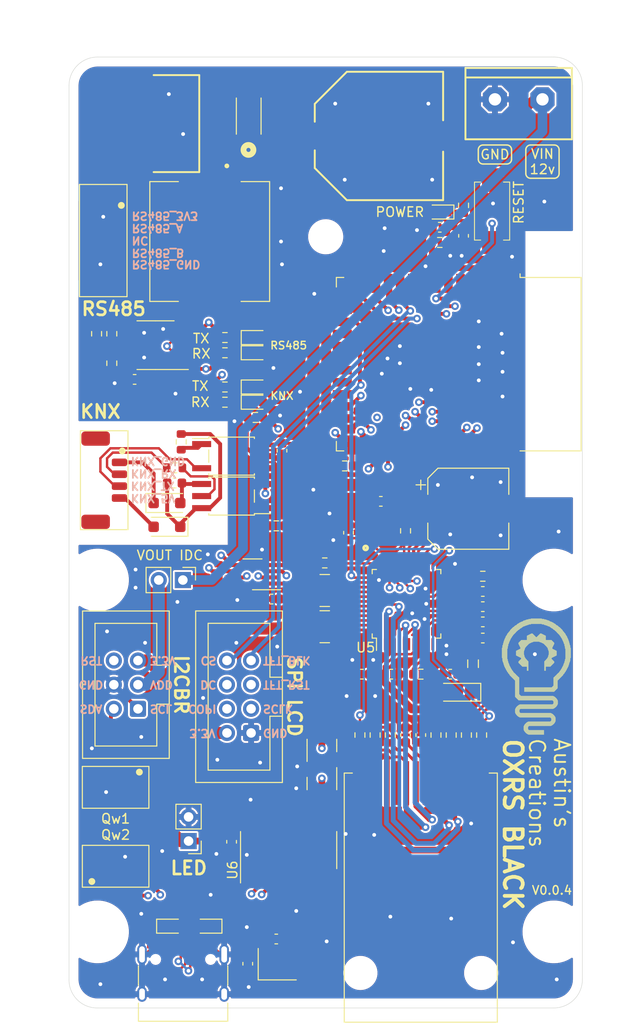
<source format=kicad_pcb>
(kicad_pcb (version 20221018) (generator pcbnew)
  (layers (0 "F.Cu" signal) (1 "In1.Cu" signal) (2 "In2.Cu" signal) (31 "B.Cu" signal) (34 "B.Paste" user) (35 "F.Paste" user) (36 "B.SilkS" user "B.Silkscreen") (37 "F.SilkS" user "F.Silkscreen") (38 "B.Mask" user) (39 "F.Mask" user) (44 "Edge.Cuts" user))
  (net 0 "")
  (net 1 "RST")
  (net 2 "VDD")
  (net 3 "GND")
  (net 4 "KNX_5V")
  (net 5 "+3.3VA")
  (net 6 "KNX GND")
  (net 7 "Net-(U5-XO)")
  (net 8 "Net-(U5-XI{slash}CLKIN)")
  (net 9 "Net-(C19-Pad2)")
  (net 10 "Net-(U5-1V2O)")
  (net 11 "Net-(U5-TOCAP)")
  (net 12 "IO21_SDA")
  (net 13 "IO22_SCL")
  (net 14 "IO33_SDA2")
  (net 15 "IO32_SCL2")
  (net 16 "Net-(U6-XI)")
  (net 17 "Net-(C20-Pad2)")
  (net 18 "Net-(U6-XO)")
  (net 19 "Net-(D1-K)")
  (net 20 "Net-(D2-K)")
  (net 21 "Net-(D3-K)")
  (net 22 "Net-(D4-K)")
  (net 23 "Net-(J1-Pin_2)")
  (net 24 "IO03_RX")
  (net 25 "IO01_TX")
  (net 26 "tft_CS")
  (net 27 "eth_CS")
  (net 28 "BLK")
  (net 29 "eth_RST")
  (net 30 "DC")
  (net 31 "tft_RST")
  (net 32 "SCK")
  (net 33 "SDO")
  (net 34 "SDI")
  (net 35 "KNX_RX")
  (net 36 "KNX_TX")
  (net 37 "unconnected-(J6-VBUS-PadA4)")
  (net 40 "PRO_SCL")
  (net 41 "PRO_SDA")
  (net 44 "Net-(Q1-B)")
  (net 45 "Net-(Q1-E)")
  (net 46 "IO27_RX3")
  (net 47 "IO26_TX3")
  (net 48 "Net-(U5-~{INT})")
  (net 49 "Net-(U5-EXRES1)")
  (net 50 "Net-(U5-RXP)")
  (net 51 "Net-(U5-TXN)")
  (net 52 "Net-(U5-RXN)")
  (net 53 "Net-(U5-TXP)")
  (net 54 "Net-(U5-LINKLED)")
  (net 55 "Net-(U5-ACTLED)")
  (net 56 "Net-(RN1-R4.2)")
  (net 57 "Net-(RN1-R3.2)")
  (net 58 "Net-(RN1-R2.2)")
  (net 59 "Net-(RN1-R1.2)")
  (net 60 "Net-(RN2-R1.1)")
  (net 61 "Net-(RN2-R2.1)")
  (net 62 "Net-(RN2-R3.1)")
  (net 63 "Net-(RN2-R4.1)")
  (net 67 "IO00_RS-Sel")
  (net 69 "+3V3")
  (net 72 "IO15_i2c-Ready")
  (net 92 "Net-(D5-K)")
  (net 93 "Net-(D6-K)")
  (net 94 "Net-(D7-A2)")
  (net 95 "Net-(D8-A2)")
  (net 96 "Net-(J4-Pin_2)")
  (net 98 "Net-(J4-Pin_4)")
  (net 100 "IO17_TX2")
  (net 101 "IO16_RX2")
  (net 102 "Net-(D9-A)")
  (net 103 "Net-(D10-K)")
  (net 104 "Net-(U3-VO)")
  (net 105 "Net-(U2-A)")
  (net 106 "Net-(U2-VO)")
  (net 107 "Net-(U3-A)")
  (net 108 "Net-(R16-Pad2)")
  (net 109 "Net-(R24-Pad1)")
  (net 110 "Net-(R25-Pad1)")
  (footprint "Resistor_SMD:R_0603_1608Metric" (layer "F.Cu") (at 53.799994 91.299995 -90)
    (fp_text reference "R19" hide)
    (fp_text value "49.9R" hide)
  )
  (footprint "Resistor_SMD:R_0603_1608Metric" (layer "F.Cu") (at 36.4 51.1 180)
    (fp_text reference "R2" hide)
    (fp_text value "1k" hide)
  )
  (footprint "Package_SO:SO-5_4.4x3.6mm_P1.27mm" (layer "F.Cu") (at 37.1 61.97)
    (fp_text reference "U3" hide)
    (fp_text value "ACPL-M61L-500E" hide)
  )
  (footprint "LED_SMD:LED_0603_1608Metric" (layer "F.Cu") (at 39.6 54.7)
    (fp_text reference "D5" hide)
    (fp_text value "yellow" hide)
  )
  (footprint "Capacitor_Tantalum_SMD:CP_EIA-3216-18_Kemet-A" (layer "F.Cu") (at 61 86.8 180)
    (fp_text reference "C12" hide)
    (fp_text value "10uF 6.3V A TANT" hide)
  )
  (footprint "Package_SO:VSSOP-8_3.0x3.0mm_P0.65mm" (layer "F.Cu") (at 39.3 74.4 180)
    (fp_text reference "IC1" hide)
    (fp_text value "TCA4307" hide)
  )
  (footprint "Diode_SMD:D_SOD-123F" (layer "F.Cu") (at 30.3 66.9)
    (fp_text reference "D10" hide)
    (fp_text value "SM4007" hide)
  )
  (footprint "Resistor_SMD:R_0603_1608Metric" (layer "F.Cu") (at 60.2 91.3 90)
    (fp_text reference "R20" hide)
    (fp_text value "49.9R" hide)
  )
  (footprint "LED_SMD:LED_0603_1608Metric" (layer "F.Cu") (at 39.6 56.3)
    (fp_text reference "D6" hide)
    (fp_text value "red" hide)
  )
  (footprint "MountingHole:MountingHole_3.2mm_M3" (layer "F.Cu") (at 47 38.9)
    (fp_text reference "H5" hide)
    (fp_text value "MountingHole" hide)
  )
  (footprint "Capacitor_SMD:C_0603_1608Metric" (layer "F.Cu") (at 52.800005 66.724988)
    (fp_text reference "C8" hide)
    (fp_text value "20pF" hide)
  )
  (footprint "Inductor_SMD:L_0805_2012Metric" (layer "F.Cu") (at 62.5 83.8 -90)
    (fp_text reference "L2" hide)
    (fp_text value "1uH 250mA 0805" hide)
  )
  (footprint "bare-footprints:4 pin jst 1.25 vertical" (layer "F.Cu") (at 23.7 64.5 90)
    (fp_text reference "J7" hide)
    (fp_text value "KNX" hide)
  )
  (footprint "Package_QFP:LQFP-48_7x7mm_P0.5mm" (layer "F.Cu") (at 55.5 77.5 90)
    (fp_text reference "U5")
    (fp_text value "W5500" hide)
  )
  (footprint "Resistor_SMD:R_0603_1608Metric" (layer "F.Cu") (at 52.199997 91.299995 -90)
    (fp_text reference "R21" hide)
    (fp_text value "49.9R" hide)
  )
  (footprint "Capacitor_SMD:C_0603_1608Metric" (layer "F.Cu") (at 50.8 84.9)
    (fp_text reference "C13" hide)
    (fp_text value "10nF" hide)
  )
  (footprint "Austins creations:qwiic vertical" (layer "F.Cu") (at 24.9 104.8)
    (fp_text reference "Qw2")
    (fp_text value "qwiic_horizontal" hide)
  )
  (footprint "Package_SO:SO-5_4.4x3.6mm_P1.27mm" (layer "F.Cu") (at 37.1 66.17 180)
    (fp_text reference "U2" hide)
    (fp_text value "ACPL-M61L-500E" hide)
  )
  (footprint "LED_SMD:LED_0603_1608Metric" (layer "F.Cu") (at 59 36.3 180)
    (fp_text reference "D2" hide)
    (fp_text value "red" hide)
  )
  (footprint "Resistor_SMD:R_0603_1608Metric" (layer "F.Cu") (at 36.4 56.3 180)
    (fp_text reference "R6" hide)
    (fp_text value "1k" hide)
  )
  (footprint "Capacitor_SMD:C_0603_1608Metric" (layer "F.Cu") (at 63.525 77.8 180)
    (fp_text reference "C17" hide)
    (fp_text value "100nF" hide)
  )
  (footprint "Capacitor_SMD:C_0603_1608Metric" (layer "F.Cu") (at 59 37.9 180)
    (fp_text reference "C11" hide)
    (fp_text value "10uF" hide)
  )
  (footprint "Resistor_SMD:R_0603_1608Metric" (layer "F.Cu") (at 57 84.9 180)
    (fp_text reference "R18" hide)
    (fp_text value "12.4k" hide)
  )
  (footprint "Capacitor_SMD:C_0603_1608Metric" (layer "F.Cu") (at 61.5 38.8 -90)
    (fp_text reference "C9" hide)
    (fp_text value "1uF" hide)
  )
  (footprint "Capacitor_SMD:C_0603_1608Metric" (layer "F.Cu") (at 60.1 84.9)
    (fp_text reference "C18" hide)
    (fp_text value "100nF" hide)
  )
  (footprint "Resistor_SMD:R_0603_1608Metric" (layer "F.Cu") (at 58.6 91.3 90)
    (fp_text reference "R23" hide)
    (fp_text value "10R" hide)
  )
  (footprint "Austins creations:qwiic vertical" (layer "F.Cu") (at 24.9 97.1 180)
    (fp_text reference "Qw1")
    (fp_text value "qwiic_horizontal" hide)
  )
  (footprint "Resistor_SMD:R_0603_1608Metric" (layer "F.Cu") (at 36.4 54.7 180)
    (fp_text reference "R4" hide)
    (fp_text value "1k" hide)
  )
  (footprint "Capacitor_SMD:C_0603_1608Metric" (layer "F.Cu") (at 63.525 76.2 180)
    (fp_text reference "C14" hide)
    (fp_text value "10nF" hide)
  )
  (footprint "Resistor_SMD:R_Array_Convex_4x0603" (layer "F.Cu") (at 46.9 79.91)
    (fp_text reference "RN1" hide)
    (fp_text value "10k" hide)
  )
  (footprint "Package_TO_SOT_SMD:SOT-23" (layer "F.Cu") (at 46.6 96.4 -90)
    (fp_text reference "Q1" hide)
    (fp_text value "MMBT3904" hide)
  )
  (footprint "Resistor_SMD:R_0603_1608Metric" (layer "F.Cu") (at 55.400005 69.824988 90)
    (fp_text reference "R13" hide)
    (fp_text value "1M" hide)
  )
  (footprint "Resistor_SMD:R_0603_1608Metric" (layer "F.Cu") (at 36.4 49.5 180)
    (fp_text reference "R3" hide)
    (fp_text value "1k" hide)
  )
  (footprint "Capacitor_SMD:C_0603_1608Metric" (layer "F.Cu") (at 41.3 77)
    (fp_text reference "C3" hide)
    (fp_text value "100nf" hide)
  )
  (footprint "Capacitor_SMD:C_0603_1608Metric" (layer "F.Cu") (at 37.1 102.525 -90)
    (fp_text reference "C21" hide)
    (fp_text value "100nF" hide)
  )
  (footprint "Resistor_SMD:R_Array_Convex_4x0603" (layer "F.Cu") (at 46.9 76.1 180)
    (fp_text reference "RN2" hide)
    (fp_text value "10k" hide)
  )
  (footprint "Connector_IDC:IDC-Header_2x04_P2.54mm_Vertical" (layer "F.Cu") (at 39.1525 91.08 180)
    (fp_text reference "J2" hide)
    (fp_text value "SPI-LCD" hide)
  )
  (footprint "Austins creations:HR961160C" (layer "F.Cu") (at 57 108 180)
    (fp_text reference "RJ45_1" hide)
    (fp_text value "HR961160C" hide)
  )
  (footprint "Capacitor_SMD:C_0603_1608Metric" (layer "F.Cu") (at 63.525 79.4 180)
    (fp_text reference "C16" hide)
    (fp_text value "4.7uF" hide)
  )
  (footprint "Resistor_SMD:R_0603_1608Metric" (layer "F.Cu") (at 31.1 63.2)
    (fp_text reference "R8" hide)
    (fp_text value "1k" hide)
  )
  (footprint "MountingHole:MountingHole_3.2mm_M3" (layer "F.Cu") (at 71 75 90)
    (fp_text reference "H4" hide)
    (fp_text value "MountingHole" hide)
  )
  (footprint "Diode_SMD:D_SOD-123F" (layer "F.Cu") (at 30.3 69.4 180)
    (fp_text reference "D9" hide)
    (fp_text value "SM4007" hide)
  )
  (footprint "MountingHole:MountingHole_3.2mm_M3" (layer "F.Cu") (at 23 112 90)
    (fp_text reference "H2" hide)
    (fp_text value "MountingHole" hide)
  )
  (footprint "Resistor_SMD:R_0603_1608Metric" (layer "F.Cu") (at 61.5 35.6 90)
    (fp_text reference "R1" hide)
    (fp_text value "10k" hide)
  )
  (footprint "Austins creations:button" (layer "F.Cu") (at 64.5 36.2 -90)
    (fp_text reference "B1" hide)
    (fp_text value "button" hide)
  )
  (footprint "Resistor_SMD:R_0603_1608Metric" (layer "F.Cu") (at 61.8 91.3 90)
    (fp_text reference "R22" hide)
    (fp_text value "49.9R" hide)
  )
  (footprint "Crystal:Crystal_SMD_3225-4Pin_3.2x2.5mm" (layer "F.Cu") (at 41.899992 115.399998)
    (fp_text reference "Y2" hide)
    (fp_text value "Crystal_GND23" hide)
  )
  (footprint "Capacitor_SMD:C_0603_1608Metric" (layer "F.Cu") (at 53.9 84.9 180)
    (fp_text reference "C15" hide)
    (fp_text value "100nF" hide)
  )
  (footprint "Capacitor_SMD:C_0603_1608Metric" (layer "F.Cu") (at 55.4 91.3 -90)
    (fp_text reference "C19" hide)
    (fp_text value "10nF" hide)
  )
  (footprint "Capacitor_SMD:C_0603_1608Metric" (layer "F.Cu") (at 49.400005 70.024988 -90)
    (fp_text reference "C7" hide)
    (fp_text value "20pF" hide)
  )
  (footprint "Resistor_SMD:R_0603_1608Metric" (layer "F.Cu") (at 24.5 49.1 -90)
    (fp_text reference "R12" hide)
    (fp_text value "120R" hide)
  )
  (footprint "Capacitor_SMD:CP_Elec_8x6.2" (layer "F.Cu") (at 62 67.5)
    (fp_text reference "C2" hide)
    (fp_text value "220uF 35v" hide)
  )
  (footprint "Resistor_SMD:R_0603_1608Metric" (layer "F.Cu") (at 24.5 52.2 -90)
    (fp_text reference "R10" hide)
    (fp_text value "10k" hide)
  )
  (footprint "bare-footprints:5 pin jst 1.25 vertical" (layer "F.Cu") (at 23.6 39.3 90)
    (fp_text reference "J4" hide)
    (fp_text value "RS485" hide)
  )
  (footprint "Connector_PinHeader_2.54mm:PinHeader_1x02_P2.54mm_Vertical" (layer "F.Cu") (at 31.975 75 -90)
    (fp_text reference "J1" hide)
    (fp_text value "Conn_01x02" hide)
  )
  (footprint "Resistor_SMD:R_0603_1608Metric" (layer "F.Cu") (at 22.9 49.1 90)
    (fp_text reference "R11" hide)
    (fp_text value "10k" hide)
  )
  (footprint "Resistor_SMD:R_0603_1608Metric" (layer "F.Cu") (at 50.6 91.299995 90)
    (fp_text reference "R25" hide)
    (fp_text value "470R" hide)
  )
  (footprint "Resistor_SMD:R_0603_1608Metric" (layer "F.Cu") (at 63.525 74.6 180)
    (fp_text reference "R16" hide)
    (fp_text value "10k" hide)
  )
  (footprint "Austins creations:PMEG3050EP" (layer "F.Cu") (at 38.9 26.211093 90)
    (fp_text reference "D1" hide)
    (fp_text value "PMEG4050EP" hide)
  )
  (footprint "Capacitor_SMD:C_0603_1608Metric" (layer "F.Cu") (at 26.9 53.9)
    (fp_text reference "C5" hide)
    (fp_text value "100nf" hide)
  )
  (footprint "Austins creations:large capacitor 12.5d 13.5h" (layer "F.Cu") (at 52.6 28.3)
    (fp_text reference "C1" hide)
    (fp_text value "680uF 35v" hide)
  )
  (footprint "Package_TO_SOT_SMD:SOT-23" (layer "F.Cu") (at 46.6 92.4 90)
    (fp_text reference "Q2" hide)
    (fp_text value "MMBT3904" hide)
  )
  (footprint "Capacitor_SMD:C_0603_1608Metric" (layer "F.Cu") (at 41.799993 112.74999 180)
    (fp_text reference "C22" hide)
    (fp_text value "20pF" hide)
  )
  (footprint "Resistor_SMD:R_0603_1608Metric" (layer "F.Cu") (at 59 39.5 180)
    (fp_text reference "R14" hide)
    (fp_text value "10k" hide)
  )
  (footprint "MountingHole:MountingHole_3.2mm_M3" (layer "F.Cu") (at 23 75 90)
    (fp_text reference "H3" hide)
    (fp_text value "MountingHole" hide)
  )
  (footprint "Resistor_SMD:R_0603_1608Metric" (layer "F.Cu") (at 41.8 69.3 180)
    (fp_text reference "R7" hide)
    (fp_text value "1k" hide)
  )
  (footprint "logos:Creations logo med" (layer "F.Cu") (at 69.2 82.7)
    (fp_text reference "LOGO1" hide)
    (fp_text value "Creations_logo_med" hide)
  )
  (footprint "Connector_PinHeader_2.54mm:PinHeader_1x02_P2.54mm_Vertical" (layer "F.Cu") (at 32.575 102.45 180)
    (fp_text reference "J3" hide)
    (fp_text value "Conn_01x02" hide)
  )
  (footprint "Austins creations:2pinblock" (layer "F.Cu") (at 67.3 24.45 180)
    (fp_text reference "TB1" hide)
    (fp_text value "2pinblock" hide)
  )
  (footprint "Capacitor_SMD:C_0603_1608Metric" (layer "F.Cu") (at 38.799999 115.350011 90)
    (fp_text reference "C23" hide)
    (fp_text value "20pF" hide)
  )
  (footprint "Diode_SMD:D_0603_1608Metric" (layer "F.Cu") (at 34.6 111.4 180)
    (fp_text reference "D7" hide)
    (fp_text value "PGB1010603NR" hide)
  )
  (footprint "Package_SO:SOP-8_3.9x4.9mm_P1.27mm" (layer "F.Cu") (at 29.1 50.3 180)
    (fp_text reference "U1" hide)
    (fp_text value "MAX3485" hide)
  )
  (footprint "Capacitor_SMD:C_0603_1608Metric" (layer "F.Cu") (at 31.1 64.8)
    (fp_text reference "C6" hide)
    (fp_text value "100nf" hide)
  )
  (footprint "Austins creations:12x12x8 inductor" (layer "F.Cu") (at 34.8 39.4 -90)
    (fp_text reference "L1" hide)
    (fp_text value "33uH" hide)
  )
  (footprint "Diode_SMD:D_0603_1608Metric" (layer "F.Cu") (at 30.7 111.4)
    (fp_text reference "D8" hide)
    (fp_text value "PGB1010603NR" hide)
  )
  (footprint "MountingHole:MountingHole_3.2mm_M3" (layer "F.Cu") (at 71 112 90)
    (fp_text reference "H1" hide)
    (fp_text value "MountingHole" hide)
  )
  (footprint "Austins creations:LM2596S" (layer "F.Cu") (at 29.9 27 180)
    (fp_text reference "PS1" hide)
    (fp_text value "LM2596S-3V3" hide)
  )
  (footprint "Austins creations:25MHz_SMD_Crystal_Resonator" (layer "F.Cu") (at 52.4 69.725)
    (fp_text reference "Y1" hide)
    (fp_text value "25MHz_SMD_Crystal_Resonator" hide)
  )
  (footprint "Resistor_SMD:R_0603_1608Metric" (layer "F.Cu") (at 31.8 60.47 90)
    (fp_text reference "R9" hide)
    (fp_text value "1k" hide)
  )
  (footprint "Resistor_SMD:R_0603_1608Metric" (layer "F.Cu") (at 46.9 73.2 180)
    (fp_text reference "R15" hide)
    (fp_text value "10k" hide)
  )
  (footprint "Connector_USB:USB_C_Receptacle_HRO_TYPE-C-31-M-12" (layer "F.Cu") (at 32 117.5)
    (fp_text reference "J6" hide)
    (fp_text value "USB_C_Receptacle_USB2.0" hide)
  )
  (footprint "Resistor_SMD:R_0603_1608Metric" (layer "F.Cu") (at 49 63 180)
    (fp_text reference "R17" hide)
    (fp_text value "10k" hide)
  )
  (footprint "Capacitor_SMD:C_0603_1608Metric" (layer "F.Cu") (at 42.4 61.4 -90)
    (fp_text reference "C4" hide)
    (fp_text value "100nf" hide)
  )
  (footprint "Connector_IDC:IDC-Header_2x03_P2.54mm_Vertical" (layer "F.Cu") (at 27.252498 88.54501 180)
    (fp_text reference "IDC1" hide)
    (fp_text value "CONN_03X2SHROUD" hide)
  )
  (footprint "LED_SMD:LED_0603_1608Metric" (layer "F.Cu") (at 39.6 49.5)
    (fp_text reference "D4" hide)
    (fp_text value "red" hide)
  )
  (footprint "Package_SO:SOIC-16_3.9x9.9mm_P1.27mm" (layer "F.Cu") (at 43.1 103.4 90)
    (fp_text reference "U6")
    (fp_text value "CH340G" hide)
  )
  (footprint "RF_Module:ESP32-WROOM-32" (layer "F.Cu") (at 58 52.3 -90)
    (fp_text reference "U4" hide)
    (fp_text value "ESP32-WROOM-32E" hide)
  )
  (footprint "Capacitor_SMD:C_0603_1608Metric" (layer "F.Cu") (at 63.525 81.1 180)
    (fp_text reference "C10" hide)
    (fp_text value "100nF" hide)
  )
  (footprint "LED_SMD:LED_0603_1608Metric" (layer "F.Cu") (at 39.6 51.1)
    (fp_text reference "D3" hide)
    (fp_text value "yellow" hide)
  )
  (footprint "Resistor_SMD:R_0603_1608Metric" (layer "F.Cu") (at 39.6 57.9 180)
    (fp_text reference "R5" hide)
    (fp_text value "1k" hide)
  )
  (footprint "Resistor_SMD:R_0603_1608Metric" (layer "F.Cu") (at 63.4 91.3 90)
    (fp_text reference "R24" hide)
    (fp_text value "470R" hide)
  )
  (footprint "Capacitor_SMD:C_0603_1608Metric" (layer "F.Cu") (at 57 91.3 -90)
    (fp_text reference "C20" hide)
    (fp_text value "22nF" hide)
  )
  (gr_arc (start 63.05 29.75) (mid 63.196447 29.396447) (end 63.55 29.25) (stroke (width 0.15)) (layer "F.SilkS"))
  (gr_arc (start 66.55 30.75) (mid 66.403553 31.103553) (end 66.05 31.25) (stroke (width 0.15)) (layer "F.SilkS"))
  (gr_arc (start 71.55 32.25) (mid 71.403553 32.603553) (end 71.05 32.75) (stroke (width 0.15)) (layer "F.SilkS"))
  (gr_line (start 71.55 29.75) (end 71.55 32.25) (stroke (width 0.15)) (layer "F.SilkS"))
  (gr_line (start 68.05 32.25) (end 68.05 29.75) (stroke (width 0.15)) (layer "F.SilkS"))
  (gr_line (start 66.55 29.75) (end 66.55 30.75) (stroke (width 0.15)) (layer "F.SilkS"))
  (gr_line (start 66.05 31.25) (end 63.55 31.25) (stroke (width 0.15)) (layer "F.SilkS"))
  (gr_line (start 71.05 32.75) (end 68.55 32.75) (stroke (width 0.15)) (layer "F.SilkS"))
  (gr_line (start 63.05 29.75) (end 63.05 30.75) (stroke (width 0.15)) (layer "F.SilkS"))
  (gr_arc (start 66.05 29.25) (mid 66.403553 29.396447) (end 66.55 29.75) (stroke (width 0.15)) (layer "F.SilkS"))
  (gr_line (start 66.05 29.25) (end 63.55 29.25) (stroke (width 0.15)) (layer "F.SilkS"))
  (gr_arc (start 68.05 29.75) (mid 68.196447 29.396447) (end 68.55 29.25) (stroke (width 0.15)) (layer "F.SilkS"))
  (gr_arc (start 63.55 31.25) (mid 63.196447 31.103553) (end 63.05 30.75) (stroke (width 0.15)) (layer "F.SilkS"))
  (gr_arc (start 71.05 29.25) (mid 71.403553 29.396447) (end 71.55 29.75) (stroke (width 0.15)) (layer "F.SilkS"))
  (gr_arc (start 68.55 32.75) (mid 68.196447 32.603553) (end 68.05 32.25) (stroke (width 0.15)) (layer "F.SilkS"))
  (gr_line (start 68.55 29.25) (end 71.05 29.25) (stroke (width 0.15)) (layer "F.SilkS"))
  (gr_line (start 71 20) (end 23 20) (stroke (width 0.05)) (layer "Edge.Cuts"))
  (gr_arc (start 20 23) (mid 20.87868 20.87868) (end 23 20) (stroke (width 0.05)) (layer "Edge.Cuts"))
  (gr_arc (start 74 117) (mid 73.12132 119.12132) (end 71 120) (stroke (width 0.05)) (layer "Edge.Cuts"))
  (gr_line (start 23 120) (end 71 120) (stroke (width 0.05)) (layer "Edge.Cuts"))
  (gr_arc (start 71 20) (mid 73.12132 20.87868) (end 74 23) (stroke (width 0.05)) (layer "Edge.Cuts"))
  (gr_line (start 20 23) (end 20 117) (stroke (width 0.05)) (layer "Edge.Cuts"))
  (gr_arc (start 23.000001 119.999999) (mid 20.863288 119.136712) (end 20 117) (stroke (width 0.05)) (layer "Edge.Cuts"))
  (gr_line (start 74 117) (end 74 23) (stroke (width 0.05)) (layer "Edge.Cuts"))
  (gr_text "RS485_B" (at 26.5 40.6 180) (layer "B.SilkS") (effects (font (size 0.83312 0.83312) (thickness 0.18288)) (justify left mirror)))
  (gr_text "COPI" (at 35.6 88.54 180) (layer "B.SilkS") (effects (font (size 0.83312 0.83312) (thickness 0.18288)) (justify right mirror)))
  (gr_text "GND" (at 23.7 86 180) (layer "B.SilkS") (effects (font (size 0.83312 0.83312) (thickness 0.18288)) (justify right mirror)))
  (gr_text "SDA" (at 23.6 88.54 180) (layer "B.SilkS") (effects (font (size 0.83312 0.83312) (thickness 0.18288)) (justify right mirror)))
  (gr_text "GND" (at 40.3 91.08 180) (layer "B.SilkS") (effects (font (size 0.83312 0.83312) (thickness 0.18288)) (justify left mirror)))
  (gr_text "KNX_GND" (at 26.4 62.5 180) (layer "B.SilkS") (effects (font (size 0.83312 0.83312) (thickness 0.18288)) (justify left mirror)))
  (gr_text "VDD" (at 28.4 86 180) (layer "B.SilkS") (effects (font (size 0.83312 0.83312) (thickness 0.18288)) (justify left mirror)))
  (gr_text "3.3V" (at 35.5 91.1 180) (layer "B.SilkS") (effects (font (size 0.83312 0.83312) (thickness 0.18288)) (justify right mirror)))
  (gr_text "TFT_BLK" (at 40.3 83.46 180) (layer "B.SilkS") (effects (font (size 0.83312 0.83312) (thickness 0.18288)) (justify left mirror)))
  (gr_text "CS" (at 35.6 83.46 180) (layer "B.SilkS") (effects (font (size 0.83312 0.83312) (thickness 0.18288)) (justify right mirror)))
  (gr_text "RS485_3V3" (at 26.5 36.7 180) (layer "B.SilkS") (effects (font (size 0.83312 0.83312) (thickness 0.18288)) (justify left mirror)))
  (gr_text "RST" (at 23.6 83.46 180) (layer "B.SilkS") (effects (font (size 0.83312 0.83312) (thickness 0.18288)) (justify right mirror)))
  (gr_text "SCLK" (at 40.3 88.54 180) (layer "B.SilkS") (effects (font (size 0.83312 0.83312) (thickness 0.18288)) (justify left mirror)))
  (gr_text "RS485_A" (at 26.5 38 180) (layer "B.SilkS") (effects (font (size 0.83312 0.83312) (thickness 0.18288)) (justify left mirror)))
  (gr_text "TFT_RST" (at 40.3 86 180) (layer "B.SilkS") (effects (font (size 0.83312 0.83312) (thickness 0.18288)) (justify left mirror)))
  (gr_text "KNX_5V" (at 26.4 66.4 180) (layer "B.SilkS") (effects (font (size 0.83312 0.83312) (thickness 0.18288)) (justify left mirror)))
  (gr_text "KNX_TX" (at 26.4 65.1 180) (layer "B.SilkS") (effects (font (size 0.83312 0.83312) (thickness 0.18288)) (justify left mirror)))
  (gr_text "DC" (at 35.6 86 180) (layer "B.SilkS") (effects (font (size 0.83312 0.83312) (thickness 0.18288)) (justify right mirror)))
  (gr_text "RS485_GND" (at 26.5 41.8 180) (layer "B.SilkS") (effects (font (size 0.83312 0.83312) (thickness 0.18288)) (justify left mirror)))
  (gr_text "3.3V" (at 28.4 83.46 180) (layer "B.SilkS") (effects (font (size 0.83312 0.83312) (thickness 0.18288)) (justify left mirror)))
  (gr_text "SCL" (at 28.4 88.54 180) (layer "B.SilkS") (effects (font (size 0.83312 0.83312) (thickness 0.18288)) (justify left mirror)))
  (gr_text "NC" (at 26.5 39.3 180) (layer "B.SilkS") (effects (font (size 0.83312 0.83312) (thickness 0.18288)) (justify left mirror)))
  (gr_text "KNX_RX" (at 26.4 63.8 180) (layer "B.SilkS") (effects (font (size 0.83312 0.83312) (thickness 0.18288)) (justify left mirror)))
  (gr_text "I2CBR" (at 31 86 270) (layer "F.SilkS") (effects (font (size 1.391412 1.391412) (thickness 0.284988)) (justify bottom)))
  (gr_text "GND" (at 64.8 30.25) (layer "F.SilkS") (effects (font (size 1 1))))
  (gr_text "RS485" (at 24.7 47.3) (layer "F.SilkS") (effects (font (size 1.391412 1.391412) (thickness 0.284988)) (justify bottom)))
  (gr_text "LED" (at 32.6 106.1) (layer "F.SilkS") (effects (font (size 1.391412 1.391412) (thickness 0.284988)) (justify bottom)))
  (gr_text "RS485" (at 43.1 50.8) (layer "F.SilkS") (effects (font (size 0.8 0.8) (thickness 0.15) bold) (justify bottom)))
  (gr_text "V0.0.4" (at 68.6 107.1) (layer "F.SilkS") (effects (font (size 0.9 0.9)) (justify left top)))
  (gr_text "RX" (at 33.9 51.2) (layer "F.SilkS") (effects (font (size 1 1))))
  (gr_text "RX" (at 33.8 56.3) (layer "F.SilkS") (effects (font (size 1 1))))
  (gr_text "RESET" (at 67.3 35.3 90) (layer "F.SilkS") (effects (font (size 1 1))))
  (gr_text "VOUT IDC" (at 30.6 72.4) (layer "F.SilkS") (effects (font (size 1 1))))
  (gr_text "POWER" (at 54.8 36.3) (layer "F.SilkS") (effects (font (size 1 1))))
  (gr_text "SPI LCD" (at 42.9 87.27 270) (layer "F.SilkS") (effects (font (size 1.391412 1.391412) (thickness 0.284988)) (justify bottom)))
  (gr_text "OXRS BLACK" (at 67.8 91.5 270) (layer "F.SilkS") (effects (font (size 1.909 1.909) (thickness 0.391)) (justify left top)))
  (gr_text "KNX" (at 42.4 56.1) (layer "F.SilkS") (effects (font (size 0.8 0.8) (thickness 0.15) bold) (justify bottom)))
  (gr_text "VIN\n12v" (at 69.8 31) (layer "F.SilkS") (effects (font (size 1 1))))
  (gr_text "KNX" (at 23.3 58.1) (layer "F.SilkS") (effects (font (size 1.391412 1.391412) (thickness 0.284988)) (justify bottom)))
  (gr_text "Austin's\nCreations" (at 72.8 91.5 -90) (layer "F.SilkS") (effects (font (size 1.63576 1.63576) (thickness 0.2)) (justify left top)))
  (gr_text "TX" (at 33.8 54.6) (layer "F.SilkS") (effects (font (size 1 1))))
  (gr_text "TX" (at 33.9 49.6) (layer "F.SilkS") (effects (font (size 1 1))))
  (segment (start 58.6 45.4) (end 63.100422 45.4) (width 0.4064) (layer "F.Cu") (net 1))
  (segment (start 64.425 39.575) (end 64.5 39.5) (width 0.4064) (layer "F.Cu") (net 1))
  (segment (start 63.715 44.785422) (end 63.715 43.8) (width 0.4064) (layer "F.Cu") (net 1))
  (segment (start 46.5949 95.854439) (end 46.6 95.859539) (width 0.7112) (layer "F.Cu") (net 1))
  (segment (start 59.8 39.5) (end 61.225 39.5) (width 0.508) (layer "F.Cu") (net 1))
  (segment (start 64.5 39.5) (end 64.5 37.5) (width 0.4064) (layer "F.Cu") (net 1))
  (segment (start 63.100422 45.4) (end 63.715 44.785422) (width 0.4064) (layer "F.Cu") (net 1))
  (segment (start 46.6 95.859539) (end 46.6 97.3375) (width 0.7112) (layer "F.Cu") (net 1))
  (segment (start 61.5 39.575) (end 64.425 39.575) (width 0.4064) (layer "F.Cu") (net 1))
  (via (at 64.5 37.5) (size 0.8) (drill 0.4) (layers "F.Cu" "B.Cu") (net 1))
  (via (at 58.6 45.4) (size 0.8) (drill 0.4) (layers "F.Cu" "B.Cu") (net 1))
  (via (at 46.5949 95.854439) (size 0.8) (drill 0.4) (layers "F.Cu" "B.Cu") (net 1))
  (segment (start 58.6 45.4) (end 64.5 39.5) (width 0.4064) (layer "B.Cu") (net 1))
  (segment (start 64.5 39.5) (end 64.5 37.5) (width 0.4064) (layer "B.Cu") (net 1))
  (segment (start 62.6 30.8) (end 68.95 24.45) (width 1.016) (layer "F.Cu") (net 2))
  (segment (start 35.45 30.4) (end 49.15 30.4) (width 1.016) (layer "F.Cu") (net 2))
  (segment (start 68.95 24.45) (end 69.8 24.45) (width 1.016) (layer "F.Cu") (net 2))
  (segment (start 49.15 30.4) (end 47.05 28.3) (width 1.016) (layer "F.Cu") (net 2))
  (segment (start 49.55 30.8) (end 62.6 30.8) (width 1.016) (layer "F.Cu") (net 2))
  (segment (start 49.15 30.4) (end 49.55 30.8) (width 1.016) (layer "F.Cu") (net 2))
  (segment (start 69.8 27.8) (end 38.3 59.3) (width 1.016) (layer "B.Cu") (net 2))
  (segment (start 69.8 24.45) (end 69.8 27.8) (width 1.016) (layer "B.Cu") (net 2))
  (segment (start 38.3 71.7) (end 35 75) (width 1.016) (layer "B.Cu") (net 2))
  (segment (start 38.3 59.3) (end 38.3 71.7) (width 1.016) (layer "B.Cu") (net 2))
  (segment (start 35 75) (end 31.975 75) (width 1.016) (layer "B.Cu") (net 2))
  (segment (start 35.87 114.37) (end 36.32 114.37) (width 0.4064) (layer "F.Cu") (net 3))
  (segment (start 28.75 113.75) (end 28.13 114.37) (width 0.4064) (layer "F.Cu") (net 3))
  (segment (start 35.25 113.75) (end 35.87 114.37) (width 0.4064) (layer "F.Cu") (net 3))
  (segment (start 28.13 114.37) (end 27.68 114.37) (width 0.4064) (layer "F.Cu") (net 3))
  (segment (start 28.75 113.455) (end 28.75 113.75) (width 0.4064) (layer "F.Cu") (net 3))
  (segment (start 35.25 113.455) (end 35.25 113.75) (width 0.4064) (layer "F.Cu") (net 3))
  (via (at 58.8 65) (size 0.8) (drill 0.4) (layers "F.Cu" "B.Cu") (net 3))
  (via (at 70 35.2) (size 0.8) (drill 0.4) (layers "F.Cu" "B.Cu") (net 3))
  (via (at 42.3 39.4) (size 0.8) (drill 0.4) (layers "F.Cu" "B.Cu") (net 3))
  (via (at 31.2 55.4) (size 0.8) (drill 0.4) (layers "F.Cu" "B.Cu") (net 3))
  (via (at 63.1 54) (size 0.8) (drill 0.4) (layers "F.Cu" "B.Cu") (net 3))
  (via (at 66.7 113.1) (size 0.8) (drill 0.4) (layers "F.Cu" "B.Cu") (net 3))
  (via (at 55.9 54.9) (size 0.8) (drill 0.4) (layers "F.Cu" "B.Cu") (net 3))
  (via (at 22.4 92.7) (size 0.8) (drill 0.4) (layers "F.Cu" "B.Cu") (net 3))
  (via (at 30.5 23.9) (size 0.8) (drill 0.4) (layers "F.Cu" "B.Cu") (net 3))
  (via (at 58.1 55) (size 0.8) (drill 0.4) (layers "F.Cu" "B.Cu") (net 3))
  (via (at 52 83.4) (size 0.8) (drill 0.4) (layers "F.Cu" "B.Cu") (net 3))
  (via (at 42.4 41.8) (size 0.8) (drill 0.4) (layers "F.Cu" "B.Cu") (net 3))
  (via (at 34.1 87.4) (size 0.8) (drill 0.4) (layers "F.Cu" "B.Cu") (net 3))
  (via (at 34.9 108.1) (size 0.8) (drill 0.4) (layers "F.Cu" "B.Cu") (net 3))
  (via (at 27.6 110.1) (size 0.8) (drill 0.4) (layers "F.Cu" "B.Cu") (net 3))
  (via (at 57.8 24.9) (size 0.8) (drill 0.4) (layers "F.Cu" "B.Cu") (net 3))
  (via (at 34 117) (size 0.8) (drill 0.4) (layers "F.Cu" "B.Cu") (net 3))
  (via (at 49.2 87.2) (size 0.8) (drill 0.4) (layers "F.Cu" "B.Cu") (net 3))
  (via (at 71.3 117) (size 0.8) (drill 0.4) (layers "F.Cu" "B.Cu") (net 3))
  (via (at 53.5 51.7) (size 0.8) (drill 0.4) (layers "F.Cu" "B.Cu") (net 3))
  (via (at 24.8 54.3) (size 0.8) (drill 0.4) (layers "F.Cu" "B.Cu") (net 3))
  (via (at 44 94.6) (size 0.8) (drill 0.4) (layers "F.Cu" "B.Cu") (net 3))
  (via (at 53.8 110.4) (size 0.8) (drill 0.4) (layers "F.Cu" "B.Cu") (net 3))
  (via (at 37.4 58.3) (size 0.8) (drill 0.4) (layers "F.Cu" "B.Cu") (net 3))
  (via (at 27 73.9) (size 0.8) (drill 0.4) (layers "F.Cu" "B.Cu") (net 3))
  (via (at 64.6 35.4) (size 0.8) (drill 0.4) (layers "F.Cu" "B.Cu") (net 3))
  (via (at 40.1 94.2) (size 0.8) (drill 0.4) (layers "F.Cu" "B.Cu") (net 3))
  (via (at 65.6 55.7) (size 0.8) (drill 0.4) (layers "F.Cu" "B.Cu") (net 3))
  (via (at 38.7 111.5) (size 0.8) (drill 0.4) (layers "F.Cu" "B.Cu") (net 3))
  (via (at 42.2 57.7) (size 0.8) (drill 0.4) (layers "F.Cu" "B.Cu") (net 3))
  (via (at 49.8 83.4) (size 0.8) (drill 0.4) (layers "F.Cu" "B.Cu") (net 3))
  (via (at 45.8 44.9) (size 0.8) (drill 0.4) (layers "F.Cu" "B.Cu") (net 3))
  (via (at 61.3 40.9) (size 0.8) (drill 0.4) (layers "F.Cu" "B.Cu") (net 3))
  (via (at 60.1 70.2) (size 0.8) (drill 0.4) (layers "F.Cu" "B.Cu") (net 3))
  (via (at 24 80.4) (size 0.8) (drill 0.4) (layers "F.Cu" "B.Cu") (net 3))
  (via (at 60.6 73.3) (size 0.8) (drill 0.4) (layers "F.Cu" "B.Cu") (net 3))
  (via (at 60.2 110.6) (size 0.8) (drill 0.4) (layers "F.Cu" "B.Cu") (net 3))
  (via (at 48 24.9) (size 0.8) (drill 0.4) (layers "F.Cu" "B.Cu") (net 3))
  (via (at 53.1 40.4) (size 0.8) (drill 0.4) (layers "F.Cu" "B.Cu") (net 3))
  (via (at 41.9 82) (size 0.8) (drill 0.4) (layers "F.Cu" "B.Cu") (net 3))
  (via (at 49.1 101.7) (size 0.8) (drill 0.4) (layers "F.Cu" "B.Cu") (net 3))
  (via (at 63.1 52.3) (size 0.8) (drill 0.4) (layers "F.Cu" "B.Cu") (net 3))
  (via (at 34.6 72.3) (size 0.8) (drill 0.4) (layers "F.Cu" "B.Cu") (net 3))
  (via (at 66.6 41) (size 0.8) (drill 0.4) (layers "F.Cu" "B.Cu") (net 3))
  (via (at 43.9 96.9) (size 0.8) (drill 0.4) (layers "F.Cu" "B.Cu") (net 3))
  (via (at 35.5 103.8) (size 0.8) (drill 0.4) (layers "F.Cu" "B.Cu") (net 3))
  (via (at 35.6 93.9) (size 0.8) (drill 0.4) (layers "F.Cu" "B.Cu") (net 3))
  (via (at 27.9 51.6) (size 0.8) (drill 0.4) (layers "F.Cu" "B.Cu") (net 3))
  (via (at 65.5 49.1) (size 0.8) (drill 0.4) (layers "F.Cu" "B.Cu") (net 3))
  (via (at 45.7 65.5) (size 0.8) (drill 0.4) (layers "F.Cu" "B.Cu") (net 3))
  (via (at 37.7 77.1) (size 0.8) (drill 0.4) (layers "F.Cu" "B.Cu") (net 3))
  (via (at 65.4 70.3) (size 0.8) (drill 0.4) (layers "F.Cu" "B.Cu") (net 3))
  (via (at 65.4 64.7) (size 0.8) (drill 0.4) (layers "F.Cu" "B.Cu") (net 3))
  (via (at 27 75.8) (size 0.8) (drill 0.4) (layers "F.Cu" "B.Cu") (net 3))
  (via (at 54.8 52.2) (size 0.8) (drill 0.4) (layers "F.Cu" "B.Cu") (net 3))
  (via (at 59.7 82.8) (size 0.8) (drill 0.4) (layers "F.Cu" "B.Cu") (net 3))
  (via (at 47.1 113) (size 0.8) (drill 0.4) (layers "F.Cu" "B.Cu") (net 3))
  (via (at 57.4 79.1) (size 0.8) (drill 0.4) (layers "F.Cu" "B.Cu") (net 3))
  (via (at 53.2 38) (size 0.8) (drill 0.4) (layers "F.Cu" "B.Cu") (net 3))
  (via (at 38.9 117.8) (size 0.8) (drill 0.4) (layers "F.Cu" "B.Cu") (net 3))
  (via (at 65.6 53.1) (size 0.8) (drill 0.4) (layers "F.Cu" "B.Cu") (net 3))
  (via (at 27.6 91.5) (size 0.8) (drill 0.4) (layers "F.Cu" "B.Cu") (net 3))
  (via (at 57.5735 77.5) (size 0.8) (drill 0.4) (layers "F.Cu" "B.Cu") (net 3))
  (via (at 52.1 101.8) (size 0.8) (drill 0.4) (layers "F.Cu" "B.Cu") (net 3))
  (via (at 32 28.1) (size 0.8) (drill 0.4) (layers "F.Cu" "B.Cu") (net 3))
  (via (at 39.1 98.1) (size 0.8) (drill 0.4) (layers "F.Cu" "B.Cu") (net 3))
  (via (at 57.5 42) (size 0.8) (drill 0.4) (layers "F.Cu" "B.Cu") (net 3))
  (via (at 42.3 33.8) (size 0.8) (drill 0.4) (layers "F.Cu" "B.Cu") (net 3))
  (via (at 25.9 104.1) (size 0.8) (drill 0.4) (layers "F.Cu" "B.Cu") (net 3))
  (via (at 57.5 75.9) (size 0.8) (drill 0.4) (layers "F.Cu" "B.Cu") (net 3))
  (via (at 31.4 77.3) (size 0.8) (drill 0.4) (layers "F.Cu" "B.Cu") (net 3))
  (via (at 23.3 117.5) (size 0.8) (drill 0.4) (layers "F.Cu" "B.Cu") (net 3))
  (via (at 38.7 103.9) (size 0.8) (drill 0.4) (layers "F.Cu" "B.Cu") (net 3))
  (via (at 37.6 81.6) (size 0.8) (drill 0.4) (layers "F.Cu" "B.Cu") (net 3))
  (via (at 69 82.8) (size 0.8) (drill 0.4) (layers "F.Cu" "B.Cu") (net 3))
  (via (at 56.1 78.5) (size 0.8) (drill 0.4) (layers "F.Cu" "B.Cu") (net 3))
  (via (at 47.8 70.8) (size 0.8) (drill 0.4) (layers "F.Cu" "B.Cu") (net 3))
  (via (at 43.9 109.8) (size 0.8) (drill 0.4) (layers "F.Cu" "B.Cu") (net 3))
  (via (at 28 81.6) (size 0.8) (drill 0.4) (layers "F.Cu" "B.Cu") (net 3))
  (via (at 52.6 75) (size 0.8) (drill 0.4) (layers "F.Cu" "B.Cu") (net 3))
  (via (at 47.4 68) (size 0.8) (drill 0.4) (layers "F.Cu" "B.Cu") (net 3))
  (via (at 71.5 69.9) (size 0.8) (drill 0.4) (layers "F.Cu" "B.Cu") (net 3))
  (via (at 59.7 81.9) (size 0.8) (drill 0.4) (layers "F.Cu" "B.Cu") (net 3))
  (via (at 63.1 47.8) (size 0.8) (drill 0.4) (layers "F.Cu" "B.Cu") (net 3))
  (via (at 56.6 38.2) (size 0.8) (drill 0.4) (layers "F.Cu" "B.Cu") (net 3))
  (via (at 30.1 117) (size 0.8) (drill 0.4) (layers "F.Cu" "B.Cu") (net 3))
  (via (at 52.2 87.2) (size 0.8) (drill 0.4) (layers "F.Cu" "B.Cu") (net 3))
  (via (at 40.3 71.8) (size 0.8) (drill 0.4) (layers "F.Cu" "B.Cu") (net 3))
  (via (at 29.8 103.5) (size 0.8) (drill 0.4) (layers "F.Cu" "B.Cu") (net 3))
  (via (at 27.9 49) (size 0.8) (drill 0.4) (layers "F.Cu" "B.Cu") (net 3))
  (via (at 44.3 55.2) (size 0.8) (drill 0.4) (layers "F.Cu" "B.Cu") (net 3))
  (via (at 49 32.9) (size 0.8) (drill 0.4) (layers "F.Cu" "B.Cu") (net 3))
  (via (at 23.3 41.8) (size 0.8) (drill 0.4) (layers "F.Cu" "B.Cu") (net 3))
  (via (at 62.3 100.6) (size 0.8) (drill 0.4) (layers "F.Cu" "B.Cu") (net 3))
  (via (at 23.6 36.8) (size 0.8) (drill 0.4) (layers "F.Cu" "B.Cu") (net 3))
  (via (at 62.4 64.2) (size 0.8) (drill 0.4) (layers "F.Cu" "B.Cu") (net 3))
  (via (at 63.1 50.5) (size 0.8) (drill 0.4) (layers "F.Cu" "B.Cu") (net 3))
  (via (at 65.6 51.1) (size 0.8) (drill 0.4) (layers "F.Cu" "B.Cu") (net 3))
  (via (at 60.1 40.9) (size 0.8) (drill 0.4) (layers "F.Cu" "B.Cu") (net 3))
  (via (at 41.5 52.7) (size 0.8) (drill 0.4) (layers "F.Cu" "B.Cu") (net 3))
  (via (at 52.9 53.3) (size 0.8) (drill 0.4) (layers "F.Cu" "B.Cu") (net 3))
  (via (at 23.9 97.3) (size 0.8) (drill 0.4) (layers "F.Cu" "B.Cu") (net 3))
  (via (at 58.2 32.9) (size 0.8) (drill 0.4) (layers "F.Cu" "B.Cu") (net 3))
  (via (at 29.9 48.6) (size 0.8) (drill 0.4) (layers "F.Cu" "B.Cu") (net 3))
  (via (at 54.8 50.4) (size 0.8) (drill 0.4) (layers "F.Cu" "B.Cu") (net 3))
  (segment (start 33.95 67.44) (end 33.36 67.44) (width 0.4064) (layer "F.Cu") (net 4))
  (segment (start 34.8064 67.44) (end 33.95 67.44) (width 0.4064) (layer "F.Cu") (net 4))
  (segment (start 30.325 64.8) (end 30.325 68.025) (width 0.4064) (layer "F.Cu") (net 4))
  (segment (start 35.9 60.7) (end 35.9 66.3464) (width 0.4064) (layer "F.Cu") (net 4))
  (segment (start 31.7 69.1) (end 31.7 69.4) (width 0.4064) (layer "F.Cu") (net 4))
  (segment (start 33.36 67.44) (end 31.7 69.1) (width 0.4064) (layer "F.Cu") (net 4))
  (segment (start 35.9 66.3464) (end 34.8064 67.44) (width 0.4064) (layer "F.Cu") (net 4))
  (segment (start 31.8 59.645) (end 34.845 59.645) (width 0.4064) (layer "F.Cu") (net 4))
  (segment (start 34.845 59.645) (end 35.9 60.7) (width 0.4064) (layer "F.Cu") (net 4))
  (segment (start 30.325 68.025) (end 31.7 69.4) (width 0.4064) (layer "F.Cu") (net 4))
  (segment (start 62.5 86.65) (end 62.35 86.8) (width 0.8128) (layer "F.Cu") (net 5))
  (segment (start 60.9 81.3) (end 60.9 84.875) (width 0.6096) (layer "F.Cu") (net 5))
  (segment (start 62.75 77.8) (end 61.2 76.25) (width 0.254) (layer "F.Cu") (net 5))
  (segment (start 61.2 76.25) (end 59.75 76.25) (width 0.254) (layer "F.Cu") (net 5))
  (segment (start 53.125 85.662549) (end 53.125 84.9) (width 0.8128) (layer "F.Cu") (net 5))
  (segment (start 60.55 78.25) (end 59.75 78.25) (width 0.254) (layer "F.Cu") (net 5))
  (segment (start 59.75 79.25) (end 60.75 79.25) (width 0.254) (layer "F.Cu") (net 5))
  (segment (start 61.1 81.1) (end 61.2 81) (width 0.254) (layer "F.Cu") (net 5))
  (segment (start 62.5 84.8625) (end 62.5 86.65) (width 0.8128) (layer "F.Cu") (net 5))
  (segment (start 61.2 81) (end 61.2 79.7) (width 0.254) (layer "F.Cu") (net 5))
  (segment (start 56.646989 77.174167) (end 57.072568 76.748588) (width 0.254) (layer "F.Cu") (net 5))
  (segment (start 58.35 79.25) (end 59.75 79.25) (width 0.254) (layer "F.Cu") (net 5))
  (segment (start 62.35 86.8) (end 62.35 86.925) (width 0.8128) (layer "F.Cu") (net 5))
  (segment (start 60.75 79.25) (end 60.8 79.3) (width 0.254) (layer "F.Cu") (net 5))
  (segment (start 58.401412 76.748588) (end 58.9 76.25) (width 0.254) (layer "F.Cu") (net 5))
  (segment (start 54.4 82.8) (end 56 82.8) (width 0.254) (layer "F.Cu") (net 5))
  (segment (start 61.2 79.7) (end 60.8 79.3) (width 0.254) (layer "F.Cu") (net 5))
  (segment (start 60.9 84.875) (end 60.875 84.9) (width 0.6096) (layer "F.Cu") (net 5))
  (segment (start 51.575 84.9) (end 53.125 84.9) (width 0.7112) (layer "F.Cu") (net 5))
  (segment (start 54.25 81.75) (end 54.25 82.95) (width 0.254) (layer "F.Cu") (net 5))
  (segment (start 60.8 78.5) (end 60.8 79.3) (width 0.254) (layer "F.Cu") (net 5))
  (segment (start 62.35 86.925) (end 60.675 88.6) (width 0.8128) (layer "F.Cu") (net 5))
  (segment (start 57.75 81.75) (end 57.75 79.85) (width 0.254) (layer "F.Cu") (net 5))
  (segment (start 60.9125 84.8625) (end 60.875 84.9) (width 0.8128) (layer "F.Cu") (net 5))
  (segment (start 57.072568 76.748588) (end 58.401412 76.748588) (width 0.254) (layer "F.Cu") (net 5))
  (segment (start 54.25 82.95) (end 53.125 84.075) (width 0.254) (layer "F.Cu") (net 5))
  (segment (start 57.120958 78.25) (end 56.646989 77.776031) (width 0.254) (layer "F.Cu") (net 5))
  (segment (start 58.9 76.25) (end 59.75 76.25) (width 0.254) (layer "F.Cu") (net 5))
  (segment (start 56.646989 77.776031) (end 56.646989 77.174167) (width 0.254) (layer "F.Cu") (net 5))
  (segment (start 61.1 81.1) (end 60.9 81.3) (width 0.6096) (layer "F.Cu") (net 5))
  (segment (start 56 82.8) (end 56.25 82.55) (width 0.254) (layer "F.Cu") (net 5))
  (segment (start 60.675 88.6) (end 56.062451 88.6) (width 0.8128) (layer "F.Cu") (net 5))
  (segment (start 60.55 78.25) (end 60.8 78.5) (width 0.254) (layer "F.Cu") (net 5))
  (segment (start 53.125 84.075) (end 53.125 84.9) (width 0.254) (layer "F.Cu") (net 5))
  (segment (start 57.75 79.85) (end 58.35 79.25) (width 0.254) (layer "F.Cu") (net 5))
  (segment (start 62.5 84.8625) (end 60.9125 84.8625) (width 0.8128) (layer "F.Cu") (net 5))
  (segment (start 54.25 82.95) (end 54.4 82.8) (width 0.254) (layer "F.Cu") (net 5))
  (segment (start 56.25 82.55) (end 56.25 81.75) (width 0.254) (layer "F.Cu") (net 5))
  (segment (start 59.75 78.25) (end 57.120958 78.25) (width 0.254) (layer "F.Cu") (net 5))
  (segment (start 56.062451 88.6) (end 53.125 85.662549) (width 0.8128) (layer "F.Cu") (net 5))
  (segment (start 31.875 64.8) (end 31.875 66.725) (width 0.4064) (layer "F.Cu") (net 6))
  (segment (start 31.875 66.725) (end 31.7 66.9) (width 0.4064) (layer "F.Cu") (net 6))
  (segment (start 33.95 64.9) (end 31.975 64.9) (width 0.4064) (layer "F.Cu") (net 6))
  (segment (start 31.975 64.9) (end 31.875 64.8) (width 0.4064) (layer "F.Cu") (net 6))
  (segment (start 49.599993 70.6) (end 49.400005 70.799988) (width 0.254) (layer "F.Cu") (net 7))
  (segment (start 52.65 72) (end 51.25 70.6) (width 0.254) (layer "F.Cu") (net 7))
  (segment (start 55.400005 71.024995) (end 54.425 72) (width 0.254) (layer "F.Cu") (net 7))
  (segment (start 54.425 72) (end 52.65 72) (width 0.254) (layer "F.Cu") (net 7))
  (segment (start 51.25 70.6) (end 49.599993 70.6) (width 0.254) (layer "F.Cu") (net 7))
  (segment (start 55.400005 70.649988) (end 55.400005 71.024995) (width 0.254) (layer "F.Cu") (net 7))
  (segment (start 55.25 70.799993) (end 55.25 73.25) (width 0.254) (layer "F.Cu") (net 7))
  (segment (start 55.400005 70.649988) (end 55.25 70.799993) (width 0.254) (layer "F.Cu") (net 7))
  (segment (start 55.75 71.575) (end 56.201525 71.123475) (width 0.254) (layer "F.Cu") (net 8))
  (segment (start 55.75 73.25) (end 55.75 71.575) (width 0.254) (layer "F.Cu") (net 8))
  (segment (start 53.55 68.85) (end 53.55 66.749993) (width 0.254) (layer "F.Cu") (net 8))
  (segment (start 56.2 69.799983) (end 55.400005 68.999988) (width 0.254) (layer "F.Cu") (net 8))
  (segment (start 55.400005 68.999988) (end 53.699988 68.999988) (width 0.254) (layer "F.Cu") (net 8))
  (segment (start 53.699988 68.999988) (end 53.55 68.85) (width 0.254) (layer "F.Cu") (net 8))
  (segment (start 56.201525 71.123475) (end 56.201525 70.231897) (width 0.254) (layer "F.Cu") (net 8))
  (segment (start 53.55 66.749993) (end 53.575005 66.724988) (width 0.254) (layer "F.Cu") (net 8))
  (segment (start 56.201525 70.231897) (end 56.2 70.230372) (width 0.254) (layer "F.Cu") (net 8))
  (segment (start 56.2 70.230372) (end 56.2 69.799983) (width 0.254) (layer "F.Cu") (net 8))
  (segment (start 53.799994 90.474995) (end 52.199997 90.474995) (width 0.3048) (layer "F.Cu") (net 9))
  (segment (start 55.4 92.075) (end 57.51 94.185) (width 0.3048) (layer "F.Cu") (net 9))
  (segment (start 55.075 92.075) (end 53.799994 90.799994) (width 0.3048) (layer "F.Cu") (net 9))
  (segment (start 53.799994 90.799994) (end 53.799994 90.474995) (width 0.3048) (layer "F.Cu") (net 9))
  (segment (start 57.51 94.185) (end 57.51 96.35) (width 0.3048) (layer "F.Cu") (net 9))
  (segment (start 55.4 92.075) (end 55.075 92.075) (width 0.3048) (layer "F.Cu") (net 9))
  (segment (start 61.791374 76.2) (end 61.341374 75.75) (width 0.254) (layer "F.Cu") (net 10))
  (segment (start 62.75 76.2) (end 61.791374 76.2) (width 0.254) (layer "F.Cu") (net 10))
  (segment (start 61.341374 75.75) (end 59.75 75.75) (width 0.254) (layer "F.Cu") (net 10))
  (segment (start 59.75 76.75) (end 61.058626 76.75) (width 0.254) (layer "F.Cu") (net 11))
  (segment (start 61.058626 76.75) (end 61.9 77.591374) (width 0.254) (layer "F.Cu") (net 11))
  (segment (start 61.9 78.55) (end 62.75 79.4) (width 0.254) (layer "F.Cu") (net 11))
  (segment (start 61.9 77.591374) (end 61.9 78.55) (width 0.254) (layer "F.Cu") (net 11))
  (segment (start 59.905 59.359794) (end 59.905 60.8) (width 0.4064) (layer "F.Cu") (net 12))
  (segment (start 34.716879 73.716879) (end 35.075 74.075) (width 0.4064) (layer "F.Cu") (net 12))
  (segment (start 35.075 74.075) (end 37.1 74.075) (width 0.4064) (layer "F.Cu") (net 12))
  (segment (start 58.2 58.299503) (end 58.844709 58.299503) (width 0.4064) (layer "F.Cu") (net 12))
  (segment (start 58.844709 58.299503) (end 59.905 59.359794) (width 0.4064) (layer "F.Cu") (net 12))
  (via (at 58.2 58.299503) (size 0.8) (drill 0.4) (layers "F.Cu" "B.Cu") (net 12))
  (via (at 34.716879 73.716879) (size 0.8) (drill 0.4) (layers "F.Cu" "B.Cu") (net 12))
  (segment (start 42.4105 74.075) (end 42.8655 74.53) (width 0.4064) (layer "F.Cu") (net 13))
  (segment (start 58.2 57.3) (end 58.202214 57.297786) (width 0.4064) (layer "F.Cu") (net 13))
  (segment (start 58.202214 57.297786) (end 62.397786 57.297786) (width 0.4064) (layer "F.Cu") (net 13))
  (segment (start 62.397786 57.297786) (end 63.715 58.615) (width 0.4064) (layer "F.Cu") (net 13))
  (segment (start 63.715 58.615) (end 63.715 60.8) (width 0.4064) (layer "F.Cu") (net 13))
  (segment (start 41.5 74.075) (end 42.4105 74.075) (width 0.4064) (layer "F.Cu") (net 13))
  (via (at 58.2 57.3) (size 0.8) (drill 0.4) (layers "F.Cu" "B.Cu") (net 13))
  (via (at 42.8655 74.53) (size 0.8) (drill 0.4) (layers "F.Cu" "B.Cu") (net 13))
  (segment (start 25.4 107.041171) (end 25.4 106.425) (width 0.4064) (layer "F.Cu") (net 14))
  (segment (start 57.4054 47.0054) (end 56.095 45.695) (width 0.4064) (layer "F.Cu") (net 14))
  (segment (start 56.095 45.695) (end 56.095 43.8) (width 0.4064) (layer "F.Cu") (net 14))
  (segment (start 59.7 47.0054) (end 57.4054 47.0054) (width 0.4064) (layer "F.Cu") (net 14))
  (segment (start 28.31704 108.188093) (end 26.546922 108.188093) (width 0.4064) (layer "F.Cu") (net 14))
  (segment (start 26.546922 108.188093) (end 25.4 107.041171) (width 0.4064) (layer "F.Cu") (net 14))
  (via (at 59.7 47.0054) (size 0.8) (drill 0.4) (layers "F.Cu" "B.Cu") (net 14))
  (via (at 28.31704 108.188093) (size 0.8) (drill 0.4) (layers "F.Cu" "B.Cu") (net 14))
  (segment (start 60.6 46.2027) (end 57.9027 46.2027) (width 0.4064) (layer "F.Cu") (net 15))
  (segment (start 57.9027 46.2027) (end 57.365 45.665) (width 0.4064) (layer "F.Cu") (net 15))
  (segment (start 26.4 106.8625) (end 26.4 106.425) (width 0.4064) (layer "F.Cu") (net 15))
  (segment (start 26.922393 107.384893) (end 26.4 106.8625) (width 0.4064) (layer "F.Cu") (net 15))
  (segment (start 57.365 45.665) (end 57.365 43.8) (width 0.4064) (layer "F.Cu") (net 15))
  (segment (start 29.6 108.1) (end 29.6 107.963606) (width 0.4064) (layer "F.Cu") (net 15))
  (segment (start 29.6 107.963606) (end 29.021287 107.384893) (width 0.4064) (layer "F.Cu") (net 15))
  (segment (start 29.021287 107.384893) (end 26.922393 107.384893) (width 0.4064) (layer "F.Cu") (net 15))
  (via (at 29.6 108.1) (size 0.8) (drill 0.4) (layers "F.Cu" "B.Cu") (net 15))
  (via (at 60.6 46.2027) (size 0.8) (drill 0.4) (layers "F.Cu" "B.Cu") (net 15))
  (segment (start 46.275 109.725) (end 46.275 106.775) (width 0.4064) (layer "F.Cu") (net 16))
  (segment (start 42.999992 113.000008) (end 46.275 109.725) (width 0.4064) (layer "F.Cu") (net 16))
  (segment (start 42.999992 113.174989) (end 42.999992 113.000008) (width 0.4064) (layer "F.Cu") (net 16))
  (segment (start 42.999992 114.549998) (end 42.999992 113.174989) (width 0.4064) (layer "F.Cu") (net 16))
  (segment (start 42.999992 113.174989) (end 42.574993 112.74999) (width 0.4064) (layer "F.Cu") (net 16))
  (segment (start 58.53 94.23) (end 58.53 96.35) (width 0.3048) (layer "F.Cu") (net 17))
  (segment (start 58.55 92.075) (end 58.6 92.125) (width 0.3048) (layer "F.Cu") (net 17))
  (segment (start 57 92.075) (end 57 92.7) (width 0.3048) (layer "F.Cu") (net 17))
  (segment (start 57 92.7) (end 58.53 94.23) (width 0.3048) (layer "F.Cu") (net 17))
  (segment (start 57 92.075) (end 58.55 92.075) (width 0.3048) (layer "F.Cu") (net 17))
  (segment (start 47.545 110.755) (end 44.9 113.4) (width 0.4064) (layer "F.Cu") (net 18))
  (segment (start 41.9 118) (end 40.799992 116.899992) (width 0.4064) (layer "F.Cu") (net 18))
  (segment (start 38.799999 116.125011) (end 40.675005 116.125011) (width 0.4064) (layer "F.Cu") (net 18))
  (segment (start 44.9 117.4) (end 44.3 118) (width 0.4064) (layer "F.Cu") (net 18))
  (segment (start 40.675005 116.125011) (end 40.799992 116.249998) (width 0.4064) (layer "F.Cu") (net 18))
  (segment (start 44.3 118) (end 41.9 118) (width 0.4064) (layer "F.Cu") (net 18))
  (segment (start 44.9 113.4) (end 44.9 117.4) (width 0.4064) (layer "F.Cu") (net 18))
  (segment (start 47.545 106.775) (end 47.545 110.755) (width 0.4064) (layer "F.Cu") (net 18))
  (segment (start 40.799992 116.899992) (end 40.799992 116.249998) (width 0.4064) (layer "F.Cu") (net 18))
  (segment (start 32.6 29.6) (end 32.6 34.45) (width 1.016) (layer "F.Cu") (net 19))
  (segment (start 32.6 34.45) (end 34.8 34.45) (width 1.016) (layer "F.Cu") (net 19))
  (segment (start 33.5 28.7) (end 32.6 29.6) (width 1.016) (layer "F.Cu") (net 19))
  (segment (start 35.45 28.7) (end 33.5 28.7) (width 1.016) (layer "F.Cu") (net 19))
  (segment (start 38.611093 28.7) (end 38.9 28.411093) (width 1.016) (layer "F.Cu") (net 19))
  (segment (start 35.45 28.7) (end 38.611093 28.7) (width 1.016) (layer "F.Cu") (net 19))
  (segment (start 59.7875 36.3) (end 61.375 36.3) (width 0.508) (layer "F.Cu") (net 20))
  (segment (start 61.375 36.3) (end 61.5 36.425) (width 0.508) (layer "F.Cu") (net 20))
  (segment (start 37.225 51.1) (end 38.8125 51.1) (width 0.4064) (layer "F.Cu") (net 21))
  (segment (start 37.225 49.5) (end 38.8125 49.5) (width 0.4064) (layer "F.Cu") (net 22))
  (segment (start 29.435 75) (end 29.435 84.665) (width 1.27) (layer "B.Cu") (net 23))
  (segment (start 28.09499 86.00501) (end 27.252498 86.00501) (width 1.27) (layer "B.Cu") (net 23))
  (segment (start 29.435 84.665) (end 28.09499 86.00501) (width 1.27) (layer "B.Cu") (net 23))
  (segment (start 39.925 107.275) (end 39.925 105.875) (width 0.4064) (layer "F.Cu") (net 24))
  (segment (start 39.2 108) (end 39.925 107.275) (width 0.4064) (layer "F.Cu") (net 24))
  (segment (start 61.175 59.621633) (end 61.175 60.8) (width 0.4064) (layer "F.Cu") (net 24))
  (segment (start 61.8453 58.951333) (end 61.175 59.621633) (width 0.4064) (layer "F.Cu") (net 24))
  (via (at 39.2 108) (size 0.8) (drill 0.4) (layers "F.Cu" "B.Cu") (net 24))
  (via (at 61.8453 58.951333) (size 0.8) (drill 0.4) (layers "F.Cu" "B.Cu") (net 24))
  (segment (start 41.195 107.14019) (end 41.195 105.875) (width 0.4064) (layer "F.Cu") (net 25))
  (segment (start 62.9123 59.017595) (end 62.445 59.484895) (width 0.4064) (layer "F.Cu") (net 25))
  (segment (start 40.267595 108.067595) (end 41.195 107.14019) (width 0.4064) (layer "F.Cu") (net 25))
  (segment (start 62.445 59.484895) (end 62.445 60.8) (width 0.4064) (layer "F.Cu") (net 25))
  (via (at 62.9123 59.017595) (size 0.8) (drill 0.4) (layers "F.Cu" "B.Cu") (net 25))
  (via (at 40.267595 108.067595) (size 0.8) (drill 0.4) (layers "F.Cu" "B.Cu") (net 25))
  (segment (start 54.825 45.6223) (end 54.825 43.8) (width 0.4064) (layer "F.Cu") (net 26))
  (segment (start 55.9 46.6973) (end 54.825 45.6223) (width 0.4064) (layer "F.Cu") (net 26))
  (via (at 55.9 46.6973) (size 0.8) (drill 0.4) (layers "F.Cu" "B.Cu") (net 26))
  (segment (start 41.456869 60.986231) (end 41.456869 79.043131) (width 0.4064) (layer "B.Cu") (net 26))
  (segment (start 37.04 83.46) (end 36.6125 83.46) (width 0.4064) (layer "B.Cu") (net 26))
  (segment (start 41.456869 79.043131) (end 37.04 83.46) (width 0.4064) (layer "B.Cu") (net 26))
  (segment (start 55.7458 46.6973) (end 41.456869 60.986231) (width 0.4064) (layer "B.Cu") (net 26))
  (segment (start 55.9 46.6973) (end 55.7458 46.6973) (width 0.4064) (layer "B.Cu") (net 26))
  (segment (start 54.75 74.028745) (end 54.75 73.25) (width 0.254) (layer "F.Cu") (net 27))
  (segment (start 54.825 60.8) (end 54.825 59.275) (width 0.4064) (layer "F.Cu") (net 27))
  (segment (start 55.821255 75.1) (end 54.75 74.028745) (width 0.254) (layer "F.Cu") (net 27))
  (segment (start 54.825 59.275) (end 55.4 58.7) (width 0.4064) (layer "F.Cu") (net 27))
  (segment (start 56.6 75.1) (end 55.821255 75.1) (width 0.254) (layer "F.Cu") (net 27))
  (via (at 56.6 75.1) (size 0.8) (drill 0.4) (layers "F.Cu" "B.Cu") (net 27))
  (via (at 55.4 58.7) (size 0.8) (drill 0.4) (layers "F.Cu" "B.Cu") (net 27))
  (segment (start 51.015 45.415) (end 51.015 43.8) (width 0.4064) (layer "F.Cu") (net 28))
  (segment (start 56.6 47.5) (end 53.1 47.5) (width 0.4064) (layer "F.Cu") (net 28))
  (segment (start 53.1 47.5) (end 51.015 45.415) (width 0.4064) (layer "F.Cu") (net 28))
  (via (at 56.6 47.5) (size 0.8) (drill 0.4) (layers "F.Cu" "B.Cu") (net 28))
  (segment (start 56.6 47.5) (end 55.8 47.5) (width 0.4064) (layer "B.Cu") (net 28))
  (segment (start 39.1525 82.8475) (end 39.1525 83.46) (width 0.4064) (layer "B.Cu") (net 28))
  (segment (start 42.062789 61.237211) (end 42.062789 79.937211) (width 0.4064) (layer "B.Cu") (net 28))
  (segment (start 55.8 47.5) (end 42.062789 61.237211) (width 0.4064) (layer "B.Cu") (net 28))
  (segment (start 42.062789 79.937211) (end 39.1525 82.8475) (width 0.4064) (layer "B.Cu") (net 28))
  (segment (start 50.6 54.4) (end 50.6 48.3036) (width 0.4064) (layer "F.Cu") (net 29))
  (segment (start 50.6 48.3036) (end 50.1514 47.855) (width 0.4064) (layer "F.Cu") (net 29))
  (segment (start 50.7 54.5) (end 50.6 54.4) (width 0.4064) (layer "F.Cu") (net 29))
  (segment (start 51.25 74.75) (end 49.9265 74.75) (width 0.254) (layer "F.Cu") (net 29))
  (segment (start 50.1514 47.855) (end 48.745 47.855) (width 0.4064) (layer "F.Cu") (net 29))
  (segment (start 49.9265 74.75) (end 49.7 74.5235) (width 0.254) (layer "F.Cu") (net 29))
  (via (at 50.7 54.5) (size 0.8) (drill 0.4) (layers "F.Cu" "B.Cu") (net 29))
  (via (at 49.7 74.5235) (size 0.8) (drill 0.4) (layers "F.Cu" "B.Cu") (net 29))
  (segment (start 50.7 54.5) (end 50.6 54.5) (width 0.4064) (layer "B.Cu") (net 29))
  (segment (start 50.6 54.5) (end 49.7 55.4) (width 0.4064) (layer "B.Cu") (net 29))
  (segment (start 49.7 55.4) (end 49.7 74.5235) (width 0.4064) (layer "B.Cu") (net 29))
  (segment (start 50.568331 58.015) (end 48.745 58.015) (width 0.4064) (layer "F.Cu") (net 30))
  (segment (start 51.758704 59.205373) (end 50.568331 58.015) (width 0.4064) (layer "F.Cu") (net 30))
  (via (at 51.758704 59.205373) (size 0.8) (drill 0.4) (layers "F.Cu" "B.Cu") (net 30))
  (segment (start 51.015 59.715) (end 51.015 60.8) (width 0.4064) (layer "F.Cu") (net 31))
  (segment (start 50.7 59.4) (end 51.015 59.715) (width 0.4064) (layer "F.Cu") (net 31))
  (via (at 50.7 59.4) (size 0.8) (drill 0.4) (layers "F.Cu" "B.Cu") (net 31))
  (segment (start 56.095 60.8) (end 56.202711 60.692289) (width 0.4064) (layer "F.Cu") (net 32))
  (segment (start 56.202711 60.692289) (end 56.202711 58.367505) (width 0.4064) (layer "F.Cu") (net 32))
  (segment (start 55.535206 57.7) (end 55.4 57.7) (width 0.4064) (layer "F.Cu") (net 32))
  (segment (start 54.25 74.25) (end 54.25 73.25) (width 0.254) (layer "F.Cu") (net 32))
  (segment (start 56.202711 58.367505) (end 55.535206 57.7) (width 0.4064) (layer "F.Cu") (net 32))
  (segment (start 55.9 75.9) (end 54.25 74.25) (width 0.254) (layer "F.Cu") (net 32))
  (via (at 55.4 57.7) (size 0.8) (drill 0.4) (layers "F.Cu" "B.Cu") (net 32))
  (via (at 55.9 75.9) (size 0.8) (drill 0.4) (layers "F.Cu" "B.Cu") (net 32))
  (segment (start 53.75 74.515591) (end 53.75 73.25) (width 0.254) (layer "F.Cu") (net 33))
  (segment (start 57.365 58.265) (end 57.365 60.8) (width 0.4064) (layer "F.Cu") (net 33))
  (segment (start 54.786286 75.813714) (end 54.786286 75.551877) (width 0.254) (layer "F.Cu") (net 33))
  (segment (start 54.786286 75.551877) (end 53.75 74.515591) (width 0.254) (layer "F.Cu") (net 33))
  (segment (start 56.4 57.3) (end 57.365 58.265) (width 0.4064) (layer "F.Cu") (net 33))
  (via (at 54.786286 75.813714) (size 0.8) (drill 0.4) (layers "F.Cu" "B.Cu") (net 33))
  (via (at 56.4 57.3) (size 0.8) (drill 0.4) (layers "F.Cu" "B.Cu") (net 33))
  (segment (start 64.985 58.585) (end 64.985 60.8) (width 0.4064) (layer "F.Cu") (net 34))
  (segment (start 62.7 56.3) (end 64.985 58.585) (width 0.4064) (layer "F.Cu") (net 34))
  (segment (start 53.25 74.656965) (end 53.25 73.25) (width 0.254) (layer "F.Cu") (net 34))
  (segment (start 56.8 56.3) (end 62.7 56.3) (width 0.4064) (layer "F.Cu") (net 34))
  (segment (start 53.713357 75.120322) (end 53.25 74.656965) (width 0.254) (layer "F.Cu") (net 34))
  (segment (start 53.713357 75.8) (end 53.713357 75.120322) (width 0.254) (layer "F.Cu") (net 34))
  (via (at 56.8 56.3) (size 0.8) (drill 0.4) (layers "F.Cu" "B.Cu") (net 34))
  (via (at 53.713357 75.8) (size 0.8) (drill 0.4) (layers "F.Cu" "B.Cu") (net 34))
  (segment (start 24.6 61.6) (end 24 62.2) (width 0.254) (layer "F.Cu") (net 35))
  (segment (start 24.775 63.875) (end 25.3 63.875) (width 0.254) (layer "F.Cu") (net 35))
  (segment (start 30.275 63.2) (end 28.675 61.6) (width 0.254) (layer "F.Cu") (net 35))
  (segment (start 24 62.2) (end 24 63.1) (width 0.254) (layer "F.Cu") (net 35))
  (segment (start 28.675 61.6) (end 24.6 61.6) (width 0.254) (layer "F.Cu") (net 35))
  (segment (start 24 63.1) (end 24.775 63.875) (width 0.254) (layer "F.Cu") (net 35))
  (segment (start 23.3 62.2) (end 24.354 61.146) (width 0.254) (layer "F.Cu") (net 36))
  (segment (start 29.446 61.146) (end 30.6 62.3) (width 0.254) (layer "F.Cu") (net 36))
  (segment (start 30.6 62.3) (end 32.4 62.3) (width 0.254) (layer "F.Cu") (net 36))
  (segment (start 33.34 63.24) (end 33.95 63.24) (width 0.254) (layer "F.Cu") (net 36))
  (segment (start 32.4 62.3) (end 33.34 63.24) (width 0.254) (layer "F.Cu") (net 36))
  (segment (start 24.825 65.125) (end 23.3 63.6) (width 0.254) (layer "F.Cu") (net 36))
  (segment (start 24.354 61.146) (end 29.446 61.146) (width 0.254) (layer "F.Cu") (net 36))
  (segment (start 23.3 63.6) (end 23.3 62.2) (width 0.254) (layer "F.Cu") (net 36))
  (segment (start 25.35 65.125) (end 24.825 65.125) (width 0.254) (layer "F.Cu") (net 36))
  (segment (start 30.345369 114.945369) (end 29.55 114.15) (width 0.2032) (layer "F.Cu") (net 37))
  (segment (start 31.567104 116.8) (end 30.345369 115.578265) (width 0.2032) (layer "F.Cu") (net 37))
  (segment (start 30.345369 115.578265) (end 30.345369 114.945369) (width 0.2032) (layer "F.Cu") (net 37))
  (segment (start 34.45 113.455) (end 34.45 114.15) (width 0.2032) (layer "F.Cu") (net 37))
  (segment (start 33.5 116.258478) (end 32.958478 116.8) (width 0.2032) (layer "F.Cu") (net 37))
  (segment (start 33.5 115.1) (end 33.5 116.258478) (width 0.2032) (layer "F.Cu") (net 37))
  (segment (start 32.958478 116.8) (end 31.567104 116.8) (width 0.2032) (layer "F.Cu") (net 37))
  (segment (start 29.55 114.15) (end 29.55 113.455) (width 0.2032) (layer "F.Cu") (net 37))
  (segment (start 34.45 114.15) (end 33.5 115.1) (width 0.2032) (layer "F.Cu") (net 37))
  (segment (start 40.0527 74.725) (end 39.9 74.5723) (width 0.4064) (layer "F.Cu") (net 40))
  (segment (start 24.193607 87.292299) (end 23.4 88.085906) (width 0.4064) (layer "F.Cu") (net 40))
  (segment (start 25.999787 87.292299) (end 24.193607 87.292299) (width 0.4064) (layer "F.Cu") (net 40))
  (segment (start 41.5 74.725) (end 40.0527 74.725) (width 0.4064) (layer "F.Cu") (net 40))
  (segment (start 23.4 88.085906) (end 23.4 95.475) (width 0.4064) (layer "F.Cu") (net 40))
  (segment (start 27.252498 88.54501) (end 25.999787 87.292299) (width 0.4064) (layer "F.Cu") (net 40))
  (via (at 39.9 74.5723) (size 0.8) (drill 0.4) (layers "F.Cu" "B.Cu") (net 40))
  (segment (start 38.5473 74.725) (end 38.7 74.5723) (width 0.4064) (layer "F.Cu") (net 41))
  (segment (start 37.1 74.725) (end 38.5473 74.725) (width 0.4064) (layer "F.Cu") (net 41))
  (segment (start 24.4 88.857508) (end 24.712498 88.54501) (width 0.4064) (layer "F.Cu") (net 41))
  (segment (start 24.4 95.475) (end 24.4 88.857508) (width 0.4064) (layer "F.Cu") (net 41))
  (via (at 38.7 74.5723) (size 0.8) (drill 0.4) (layers "F.Cu" "B.Cu") (net 41))
  (segment (start 42.465 99.535) (end 42.465 100.925) (width 0.7112) (layer "F.Cu") (net 44))
  (segment (start 47.55 98.35) (end 47 98.9) (width 0.7112) (layer "F.Cu") (net 44))
  (segment (start 47.55 95.4625) (end 47.55 98.35) (width 0.7112) (layer "F.Cu") (net 44))
  (segment (start 47 98.9) (end 43.1 98.9) (width 0.7112) (layer "F.Cu") (net 44))
  (segment (start 47.55 93.3375) (end 47.55 95.4625) (width 0.7112) (layer "F.Cu") (net 44))
  (segment (start 43.1 98.9) (end 42.465 99.535) (width 0.7112) (layer "F.Cu") (net 44))
  (segment (start 45.637269 97.162731) (end 45.637269 95.475231) (width 0.7112) (layer "F.Cu") (net 45))
  (segment (start 42.51072 97.98928) (end 44.81072 97.98928) (width 0.7112) (layer "F.Cu") (net 45))
  (segment (start 41.195 100.925) (end 41.195 99.305) (width 0.7112) (layer "F.Cu") (net 45))
  (segment (start 41.195 99.305) (end 42.51072 97.98928) (width 0.7112) (layer "F.Cu") (net 45))
  (segment (start 45.65 93.3375) (end 45.65 95.4625) (width 0.7112) (layer "F.Cu") (net 45))
  (segment (start 45.637269 95.475231) (end 45.65 95.4625) (width 0.7112) (layer "F.Cu") (net 45))
  (segment (start 44.81072 97.98928) (end 45.637269 97.162731) (width 0.7112) (layer "F.Cu") (net 45))
  (segment (start 34.4 52.8) (end 34.8 52.8) (width 0.4064) (layer "F.Cu") (net 46))
  (segment (start 52.285 45.35268) (end 52.285 43.8) (width 0.4064) (layer "F.Cu") (net 46))
  (segment (start 35.575 52.025) (end 35.575 51.1) (width 0.4064) (layer "F.Cu") (net 46))
  (segment (start 34.8 52.8) (end 35.575 52.025) (width 0.4064) (layer "F.Cu") (net 46))
  (segment (start 34.4 52.8) (end 32.32 52.8) (width 0.4064) (layer "F.Cu") (net 46))
  (segment (start 32.32 52.8) (end 31.725 52.205) (width 0.4064) (layer "F.Cu") (net 46))
  (segment (start 53.56616 46.63384) (end 52.285 45.35268) (width 0.4064) (layer "F.Cu") (net 46))
  (via (at 53.56616 46.63384) (size 0.8) (drill 0.4) (layers "F.Cu" "B.Cu") (net 46))
  (via (at 34.4 52.8) (size 0.8) (drill 0.4) (layers "F.Cu" "B.Cu") (net 46))
  (segment (start 31.73 48.4) (end 31.725 48.395) (width 0.4064) (layer "F.Cu") (net 47))
  (segment (start 35.575 48.775) (end 35.575 49.5) (width 0.4064) (layer "F.Cu") (net 47))
  (segment (start 34.7 47.9) (end 35.575 48.775) (width 0.4064) (layer "F.Cu") (net 47))
  (segment (start 34.7 47.9) (end 34.2 48.4) (width 0.4064) (layer "F.Cu") (net 47))
  (segment (start 54.68771 46.6202) (end 53.555 45.48749) (width 0.4064) (layer "F.Cu") (net 47))
  (segment (start 53.555 45.48749) (end 53.555 43.8) (width 0.4064) (layer "F.Cu") (net 47))
  (segment (start 34.2 48.4) (end 31.73 48.4) (width 0.4064) (layer "F.Cu") (net 47))
  (via (at 34.7 47.9) (size 0.8) (drill 0.4) (layers "F.Cu" "B.Cu") (net 47))
  (via (at 54.68771 46.6202) (size 0.8) (drill 0.4) (layers "F.Cu" "B.Cu") (net 47))
  (segment (start 52.75 73.25) (end 47.775 73.25) (width 0.254) (layer "F.Cu") (net 48))
  (segment (start 47.775 73.25) (end 47.725 73.2) (width 0.254) (layer "F.Cu") (net 48))
  (segment (start 56.175 84.325) (end 57.25 83.25) (width 0.254) (layer "F.Cu") (net 49))
  (segment (start 56.175 84.9) (end 56.175 84.325) (width 0.254) (layer "F.Cu") (net 49))
  (segment (start 57.25 83.25) (end 57.25 81.75) (width 0.254) (layer "F.Cu") (net 49))
  (segment (start 55.97432 93.67432) (end 56.49 94.19) (width 0.3048) (layer "F.Cu") (net 50))
  (segment (start 55.190136 92.87692) (end 55.97432 93.661104) (width 0.3048) (layer "F.Cu") (net 50))
  (segment (start 55.25 81.75) (end 55.25 81) (width 0.254) (layer "F.Cu") (net 50))
  (segment (start 55.25 81) (end 56.4 79.85) (width 0.254) (layer "F.Cu") (net 50))
  (segment (start 56.4 79.85) (end 56.4 79.7) (width 0.254) (layer "F.Cu") (net 50))
  (segment (start 56.49 98.79) (end 56.49 96.35) (width 0.508) (layer "F.Cu") (net 50))
  (segment (start 54.551919 92.87692) (end 55.190136 92.87692) (width 0.3048) (layer "F.Cu") (net 50))
  (segment (start 53.799994 92.124995) (end 54.551919 92.87692) (width 0.3048) (layer "F.Cu") (net 50))
  (segment (start 56.49 94.19) (end 56.49 96.35) (width 0.3048) (layer "F.Cu") (net 50))
  (segment (start 57.9 100.2) (end 56.49 98.79) (width 0.508) (layer "F.Cu") (net 50))
  (segment (start 55.97432 93.661104) (end 55.97432 93.67432) (width 0.3048) (layer "F.Cu") (net 50))
  (segment (start 58.2 100.2) (end 57.9 100.2) (width 0.508) (layer "F.Cu") (net 50))
  (via (at 56.4 79.7) (size 0.8) (drill 0.4) (layers "F.Cu" "B.Cu") (net 50))
  (via (at 58.2 100.2) (size 0.8) (drill 0.4) (layers "F.Cu" "B.Cu") (net 50))
  (segment (start 58.2 100.2) (end 56.4 98.4) (width 0.508) (layer "B.Cu") (net 50))
  (segment (start 56.4 98.4) (end 56.4 79.7) (width 0.508) (layer "B.Cu") (net 50))
  (segment (start 54.7 77.8) (end 54.473489 77.573489) (width 0.254) (layer "F.Cu") (net 51))
  (segment (start 59.976572 100.782473) (end 59.5 100.305901) (width 0.508) (layer "F.Cu") (net 51))
  (segment (start 60.2 92.125) (end 60.2 92.7) (width 0.3048) (layer "F.Cu") (net 51))
  (segment (start 53.326511 77.573489) (end 52.75 78.15) (width 0.254) (layer "F.Cu") (net 51))
  (segment (start 54.473489 77.573489) (end 53.326511 77.573489) (width 0.254) (layer "F.Cu") (net 51))
  (segment (start 59.55 93.35) (end 59.55 96.35) (width 0.3048) (layer "F.Cu") (net 51))
  (segment (start 59.5 96.4) (end 59.55 96.35) (width 0.508) (layer "F.Cu") (net 51))
  (segment (start 60.2 92.7) (end 59.55 93.35) (width 0.3048) (layer "F.Cu") (net 51))
  (segment (start 52.75 78.15) (end 52.75 81.75) (width 0.254) (layer "F.Cu") (net 51))
  (segment (start 59.5 100.305901) (end 59.5 96.4) (width 0.508) (layer "F.Cu") (net 51))
  (via (at 54.7 77.8) (size 0.8) (drill 0.4) (layers "F.Cu" "B.Cu") (net 51))
  (via (at 59.976572 100.782473) (size 0.8) (drill 0.4) (layers "F.Cu" "B.Cu") (net 51))
  (segment (start 54.7 77.8) (end 54.7 78.470762) (width 0.508) (layer "B.Cu") (net 51))
  (segment (start 59.976572 101.123428) (end 59.976572 100.782473) (width 0.508) (layer "B.Cu") (net 51))
  (segment (start 56.5 102.7) (end 58.4 102.7) (width 0.508) (layer "B.Cu") (net 51))
  (segment (start 54.1 100.3) (end 56.5 102.7) (width 0.508) (layer "B.Cu") (net 51))
  (segment (start 54.7 78.470762) (end 54.1 79.070762) (width 0.508) (layer "B.Cu") (net 51))
  (segment (start 54.1 79.070762) (end 54.1 100.3) (width 0.508) (layer "B.Cu") (net 51))
  (segment (start 58.4 102.7) (end 59.976572 101.123428) (width 0.508) (layer "B.Cu") (net 51))
  (segment (start 56.9 101) (end 55.47 99.57) (width 0.508) (layer "F.Cu") (net 52))
  (segment (start 53.607807 92.876915) (end 54.330892 93.6) (width 0.3048) (layer "F.Cu") (net 52))
  (segment (start 52.199997 92.124995) (end 52.199997 92.199997) (width 0.3048) (layer "F.Cu") (net 52))
  (segment (start 55.47 99.57) (end 55.47 96.35) (width 0.508) (layer "F.Cu") (net 52))
  (segment (start 54.9 93.6) (end 55.47 94.17) (width 0.3048) (layer "F.Cu") (net 52))
  (segment (start 52.876915 92.876915) (end 53.607807 92.876915) (width 0.3048) (layer "F.Cu") (net 52))
  (segment (start 54.330892 93.6) (end 54.9 93.6) (width 0.3048) (layer "F.Cu") (net 52))
  (segment (start 54.75 80.417737) (end 54.75 81.75) (width 0.254) (layer "F.Cu") (net 52))
  (segment (start 57.5 101) (end 56.9 101) (width 0.508) (layer "F.Cu") (net 52))
  (segment (start 52.199997 92.199997) (end 52.876915 92.876915) (width 0.3048) (layer "F.Cu") (net 52))
  (segment (start 55.47 94.17) (end 55.47 96.35) (width 0.3048) (layer "F.Cu") (net 52))
  (segment (start 55.402621 79.765116) (end 54.75 80.417737) (width 0.254) (layer "F.Cu") (net 52))
  (via (at 57.5 101) (size 0.8) (drill 0.4) (layers "F.Cu" "B.Cu") (net 52))
  (via (at 55.402621 79.765116) (size 0.8) (drill 0.4) (layers "F.Cu" "B.Cu") (net 52))
  (segment (start 55.402621 79.765116) (end 55.39478 79.772957) (width 0.508) (layer "B.Cu") (net 52))
  (segment (start 55.39478 98.89478) (end 57.5 101) (width 0.508) (layer "B.Cu") (net 52))
  (segment (start 55.39478 79.772957) (end 55.39478 98.89478) (width 0.508) (layer "B.Cu") (net 52))
  (segment (start 61.8 92.125) (end 61.8 92.5) (width 0.3048) (layer "F.Cu") (net 53))
  (segment (start 60.57 100.07) (end 60.57 96.35) (width 0.508) (layer "F.Cu") (net 53))
  (segment (start 60.57 93.73) (end 60.57 96.35) (width 0.3048) (layer "F.Cu") (net 53))
  (segment (start 53.25 78.713714) (end 53.25 81.75) (width 0.254) (layer "F.Cu") (net 53))
  (segment (start 60.9 100.4) (end 60.57 100.07) (width 0.508) (layer "F.Cu") (net 53))
  (segment (start 53.663714 78.3) (end 53.25 78.713714) (width 0.254) (layer "F.Cu") (net 53))
  (segment (start 61.8 92.5) (end 60.57 93.73) (width 0.3048) (layer "F.Cu") (net 53))
  (via (at 60.9 100.4) (size 0.8) (drill 0.4) (layers "F.Cu" "B.Cu") (net 53))
  (via (at 53.663714 78.3) (size 0.8) (drill 0.4) (layers "F.Cu" "B.Cu") (net 53))
  (segment (start 53.39248 78.571234) (end 53.39248 100.593064) (width 0.508) (layer "B.Cu") (net 53))
  (segment (start 53.39248 100.593064) (end 56.206936 103.40752) (width 0.508) (layer "B.Cu") (net 53))
  (segment (start 58.693064 103.40752) (end 60.9 101.200584) (width 0.508) (layer "B.Cu") (net 53))
  (segment (start 56.206936 103.40752) (end 58.693064 103.40752) (width 0.508) (layer "B.Cu") (net 53))
  (segment (start 60.9 101.200584) (end 60.9 100.4) (width 0.508) (layer "B.Cu") (net 53))
  (segment (start 53.663714 78.3) (end 53.39248 78.571234) (width 0.508) (layer "B.Cu") (net 53))
  (segment (start 60 71.9) (end 59.6 71.9) (width 0.254) (layer "F.Cu") (net 54))
  (segment (start 63.4 90.475) (end 63.4 90.1) (width 0.254) (layer "F.Cu") (net 54))
  (segment (start 63.4 90.1) (end 64.2 89.3) (width 0.254) (layer "F.Cu") (net 54))
  (segment (start 59.6 71.9) (end 58.25 73.25) (width 0.254) (layer "F.Cu") (net 54))
  (via (at 64.2 89.3) (size 0.8) (drill 0.4) (layers "F.Cu" "B.Cu") (net 54))
  (via (at 60 71.9) (size 0.8) (drill 0.4) (layers "F.Cu" "B.Cu") (net 54))
  (segment (start 58.3 73.572557) (end 58.3 83.4) (width 0.254) (layer "B.Cu") (net 54))
  (segment (start 59.972557 71.9) (end 58.3 73.572557) (width 0.254) (layer "B.Cu") (net 54))
  (segment (start 58.3 83.4) (end 64.2 89.3) (width 0.254) (layer "B.Cu") (net 54))
  (segment (start 60 71.9) (end 59.972557 71.9) (width 0.254) (layer "B.Cu") (net 54))
  (segment (start 50.6 90.474995) (end 50.6 89.2) (width 0.254) (layer "F.Cu") (net 55))
  (segment (start 57.933714 71.736286) (end 57.25 72.42) (width 0.254) (layer "F.Cu") (net 55))
  (segment (start 58.436286 71.736286) (end 57.933714 71.736286) (width 0.254) (layer "F.Cu") (net 55))
  (segment (start 57.25 72.42) (end 57.25 73.25) (width 0.254) (layer "F.Cu") (net 55))
  (via (at 50.6 89.2) (size 0.8) (drill 0.4) (layers "F.Cu" "B.Cu") (net 55))
  (via (at 58.436286 71.736286) (size 0.8) (drill 0.4) (layers "F.Cu" "B.Cu") (net 55))
  (segment (start 58.436286 71.736286) (end 52.763714 71.736286) (width 0.254) (layer "B.Cu") (net 55))
  (segment (start 52.763714 71.736286) (end 51 73.5) (width 0.254) (layer "B.Cu") (net 55))
  (segment (start 51 73.5) (end 51 88.8) (width 0.254) (layer "B.Cu") (net 55))
  (segment (start 51 88.8) (end 50.6 89.2) (width 0.254) (layer "B.Cu") (net 55))
  (segment (start 47.8 81.11) (end 48.09352 81.11) (width 0.254) (layer "F.Cu") (net 56))
  (segment (start 48.09352 81.11) (end 50.45352 78.75) (width 0.254) (layer "F.Cu") (net 56))
  (segment (start 50.45352 78.75) (end 51.25 78.75) (width 0.254) (layer "F.Cu") (net 56))
  (segment (start 48.252146 80.31) (end 47.8 80.31) (width 0.254) (layer "F.Cu") (net 57))
  (segment (start 50.312146 78.25) (end 48.252146 80.31) (width 0.254) (layer "F.Cu") (net 57))
  (segment (start 51.25 78.25) (end 50.312146 78.25) (width 0.254) (layer "F.Cu") (net 57))
  (segment (start 47.8 79.51) (end 48.410772 79.51) (width 0.254) (layer "F.Cu") (net 58))
  (segment (start 50.170772 77.75) (end 51.25 77.75) (width 0.254) (layer "F.Cu") (net 58))
  (segment (start 48.410772 79.51) (end 50.170772 77.75) (width 0.254) (layer "F.Cu") (net 58))
  (segment (start 49.85 77.25) (end 48.39 78.71) (width 0.254) (layer "F.Cu") (net 59))
  (segment (start 48.39 78.71) (end 47.8 78.71) (width 0.254) (layer "F.Cu") (net 59))
  (segment (start 51.25 77.25) (end 49.85 77.25) (width 0.254) (layer "F.Cu") (net 59))
  (segment (start 47.8 77.3) (end 48.9 77.3) (width 0.254) (layer "F.Cu") (net 60))
  (segment (start 48.9 77.3) (end 49.45 76.75) (width 0.254) (layer "F.Cu") (net 60))
  (segment (start 49.45 76.75) (end 51.25 76.75) (width 0.254) (layer "F.Cu") (net 60))
  (segment (start 48.43 76.25) (end 48.18 76.5) (width 0.254) (layer "F.Cu") (net 61))
  (segment (start 51.25 76.25) (end 48.43 76.25) (width 0.254) (layer "F.Cu") (net 61))
  (segment (start 48.18 76.5) (end 47.8 76.5) (width 0.254) (layer "F.Cu") (net 61))
  (segment (start 47.8 75.7) (end 47.85 75.75) (width 0.254) (layer "F.Cu") (net 62))
  (segment (start 47.85 75.75) (end 51.25 75.75) (width 0.254) (layer "F.Cu") (net 62))
  (segment (start 48.47 75.25) (end 51.25 75.25) (width 0.254) (layer "F.Cu") (net 63))
  (segment (start 47.8 74.9) (end 48.12 74.9) (width 0.254) (layer "F.Cu") (net 63))
  (segment (start 48.12 74.9) (end 48.47 75.25) (width 0.254) (layer "F.Cu") (net 63))
  (segment (start 49.825 60.88) (end 49.745 60.8) (width 0.4064) (layer "F.Cu") (net 67))
  (segment (start 30.3 50.4) (end 31.035 49.665) (width 0.25) (layer "F.Cu") (net 67))
  (segment (start 31.035 49.665) (end 31.725 49.665) (width 0.25) (layer "F.Cu") (net 67))
  (segment (start 30.835 50.935) (end 31.725 50.935) (width 0.25) (layer "F.Cu") (net 67))
  (segment (start 49.825 63) (end 49.825 60.88) (width 0.4064) (layer "F.Cu") (net 67))
  (segment (start 49.745 60.8) (end 49.3 60.8) (width 0.4064) (layer "F.Cu") (net 67))
  (segment (start 49.3 60.8) (end 48 59.5) (width 0.4064) (layer "F.Cu") (net 67))
  (segment (start 46.6 91.4625) (end 46.6 92.7) (width 0.7112) (layer "F.Cu") (net 67))
  (segment (start 30.3 50.4) (end 30.835 50.935) (width 0.25) (layer "F.Cu") (net 67))
  (via (at 46.6 92.7) (size 0.8) (drill 0.4) (layers "F.Cu" "B.Cu") (net 67))
  (via (at 30.3 50.4) (size 0.8) (drill 0.4) (layers "F.Cu" "B.Cu") (net 67))
  (via (at 48 59.5) (size 0.8) (drill 0.4) (layers "F.Cu" "B.Cu") (net 67))
  (via (at 52.4 57.9) (size 0.8) (drill 0.4) (layers "F.Cu" "B.Cu") (net 67))
  (segment (start 45.7 60.7) (end 45.7 63.2) (width 1.27) (layer "F.Cu") (net 69))
  (segment (start 44.31 80.31) (end 43.3 79.3) (width 0.4064) (layer "F.Cu") (net 69))
  (segment (start 50.38 96.35) (end 50.38 103.32) (width 0.7112) (layer "F.Cu") (net 69))
  (segment (start 42.4 60.625) (end 45.625 60.625) (width 0.3048) (layer "F.Cu") (net 69))
  (segment (start 42.625 69.3) (end 43.9 69.3) (width 0.3048) (layer "F.Cu") (net 69))
  (segment (start 65 88) (end 66 89) (width 0.3048) (layer "F.Cu") (net 69))
  (segment (start 44.025 75.375) (end 44.1 75.3) (width 0.4064) (layer "F.Cu") (net 69))
  (segment (start 32.6 25.3) (end 30.2 27.7) (width 1.016) (layer "F.Cu") (net 69))
  (segment (start 60.2 90.475) (end 61.8 90.475) (width 0.3048) (layer "F.Cu") (net 69))
  (segment (start 25.4 95.475) (end 25.4 97.9) (width 0.6096) (layer "F.Cu") (net 69))
  (segment (start 56.75 71.96) (end 58.95 69.76) (width 0.254) (layer "F.Cu") (net 69))
  (segment (start 35.45 25.3) (end 32.6 25.3) (width 1.016) (layer "F.Cu") (net 69))
  (segment (start 60 67.5) (end 58.95 67.5) (width 1.27) (layer "F.Cu") (net 69))
  (segment (start 27.7 55.3) (end 27.7 53.925) (width 0.4064) (layer "F.Cu") (net 69))
  (segment (start 63.62 94.38) (end 63.62 96.35) (width 0.3048) (layer "F.Cu") (net 69))
  (segment (start 44.1 64.8) (end 44.1 66.6) (width 1.27) (layer "F.Cu") (net 69))
  (segment (start 63.62 96.35) (end 63.62 101.58) (width 0.7112) (layer "F.Cu") (net 69))
  (segment (start 61.8 90) (end 63.8 88) (width 0.3048) (layer "F.Cu") (net 69))
  (segment (start 42.5 103.4) (end 50.3 103.4) (width 0.7112) (layer "F.Cu") (net 69))
  (segment (start 45.7 63.2) (end 47.5 65) (width 1.27) (layer "F.Cu") (net 69))
  (segment (start 47.5 65) (end 48.1 65) (width 1.27) (layer "F.Cu") (net 69))
  (segment (start 42.075 77) (end 43.6 77) (width 0.4064) (layer "F.Cu") (net 69))
  (segment (start 42.465 103.435) (end 42.5 103.4) (width 0.7112) (layer "F.Cu") (net 69))
  (segment (start 45.625 60.625) (end 45.7 60.7) (width 0.3048) (layer "F.Cu") (net 69))
  (segment (start 27.252498 83.46501) (end 28.36501 83.46501) (width 1.27) (layer "F.Cu") (net 69))
  (segment (start 43.6 77) (end 44.1 76.5) (width 0.4064) (layer "F.Cu") (net 69))
  (segment (start 25.2 36.8) (end 29.9 36.8) (width 0.7112) (layer "F.Cu") (net 69))
  (segment (start 24.2 55.3) (end 27.7 55.3) (width 0.4064) (layer "F.Cu") (net 69))
  (segment (start 44.4 73.2) (end 44.1 73.5) (width 0.4064) (layer "F.Cu") (net 69))
  (segment (start 59.5 42.2) (end 64.6 42.2) (width 0.6096) (layer "F.Cu") (net 69))
  (segment (start 46 80.31) (end 44.31 80.31) (width 0.4064) (layer "F.Cu") (net 69))
  (segment (start 34.15 102.45) (end 32.575 102.45) (width 0.7112) (layer "F.Cu") (net 69))
  (segment (start 31.75 102.45) (end 32.575 102.45) (width 1.27) (layer "F.Cu") (net 69))
  (segment (start 30.1 93.5) (end 30.1 100.8) (width 1.27) (layer "F.Cu") (net 69))
  (segment (start 30.1 93.5) (end 26.1 93.5) (width 0.6096) (layer "F.Cu") (net 69))
  (segment (start 58.225 39.45) (end 58.175 39.5) (width 0.6096) (layer "F.Cu") (net 69))
  (segment (start 27.7 53.925) (end 27.675 53.9) (width 0.4064) (layer "F.Cu") (net 69))
  (segment (start 35.2 80.1) (end 30.1 85.2) (width 1.27) (layer "F.Cu") (net 69))
  (segment (start 58.225 37.9) (end 58.225 39.45) (width 0.6096) (layer "F.Cu") (net 69))
  (segment (start 45.7 56.3) (end 45.7 60.7) (width 1.27) (layer "F.Cu") (net 69))
  (segment (start 41.15 44.35) (end 45.7 48.9) (width 1.27) (layer "F.Cu") (net 69))
  (segment (start 34.8 44.35) (end 41.15 44.35) (width 1.27) (layer "F.Cu") (net 69))
  (segment (start 37 42.2) (end 44.5 34.7) (width 0.6096) (layer "F.Cu") (net 69))
  (segment (start 27.675 53.405) (end 26.475 52.205) (width 0.4064) (layer "F.Cu") (net 69))
  (segment (start 30.1 100.8) (end 31.75 102.45) (width 1.27) (layer "F.Cu") (net 69))
  (segment (start 46.075 73.2) (end 44.4 73.2) (width 0.4064) (layer "F.Cu") (net 69))
  (segment (start 63.8 88) (end 65 88) (width 0.3048) (layer "F.Cu") (net 69))
  (segment (start 44.1 69.1) (end 44.1 73.5) (width 1.27) (layer "F.Cu") (net 69))
  (segment (start 30.1 85.2) (end 30.1 90.8) (width 1.27) (layer "F.Cu") (net 69))
  (segment (start 64.985 42.585) (end 64.985 43.8) (width 0.6096) (layer "F.Cu") (net 69))
  (segment (start 43.9 69.3) (end 44.1 69.1) (width 0.3048) (layer "F.Cu") (net 69))
  (segment (start 42.465 105.875) (end 42.465 103.435) (width 0.7112) (layer "F.Cu") (net 69))
  (segment (start 66.5 81.5) (end 65.2625 82.7375) (width 0.8128) (layer "F.Cu") (net 69))
  (segment (start 44.1 75.3) (end 44.1 76.5) (width 1.27) (layer "F.Cu") (net 69))
  (segment (start 30.85 44.35) (end 34.8 44.35) (width 0.4064) (layer "F.Cu") (net 69))
  (segment (start 45.7 48.9) (end 45.7 56.3) (width 1.27) (layer "F.Cu") (net 69))
  (segment (start 44.1 73.5) (end 44.1 75.3) (width 1.27) (layer "F.Cu") (net 69))
  (segment (start 58.2125 36.3) (end 58.2125 37.8875) (width 0.6096) (layer "F.Cu") (net 69))
  (segment (start 25.4 94.2) (end 25.4 95.475) (width 0.6096) (layer "F.Cu") (net 69))
  (segment (start 32.65 42.2) (end 37 42.2) (width 0.6096) (layer "F.Cu") (net 69))
  (segment (start 36.6125 91.08) (end 30.38 91.08) (width 1.27) (layer "F.Cu") (net 69))
  (segment (start 42.5 80.1) (end 35.2 80.1) (width 1.27) (layer "F.Cu") (net 69))
  (segment (start 63.62 101.58) (end 61.8 103.4) (width 0.7112) (layer "F.Cu") (net 69))
  (segment (start 37.1 75.375) (end 41.5 75.375) (width 0.4064) (layer "F.Cu") (net 69))
  (segment (start 41.6 103.4) (end 42.5 103.4) (width 0.7112) (layer "F.Cu") (net 69))
  (segment (start 58.6 90.475) (end 60.2 90.475) (width 0.3048) (layer "F.Cu") (net 69))
  (segment (start 40.3875 54.7) (end 40.3875 56.3) (width 0.4064) (layer "F.Cu") (net 69))
  (segment (start 40.25 60.7) (end 42.325 60.7) (width 0.3048) (layer "F.Cu") (net 69))
  (segment (start 22.9 49.925) (end 22.9 54) (width 0.4064) (layer "F.Cu") (net 69))
  (segment (start 44.1 66.6) (end 44.1 69.1) (width 1.27) (layer "F.Cu") (net 69))
  (segment (start 62.75 82.4875) (end 62.5 82.7375) (width 0.8128) (layer "F.Cu") (net 69))
  (segment (start 44.1 76.5) (end 44.1 78.5) (width 1.27) (layer "F.Cu") (net 69))
  (segment (start 66.5 81.5) (end 66.5 74) (width 1.27) (layer "F.Cu") (net 69))
  (segment (start 45.7 63.2) (end 44.1 64.8) (width 1.27) (layer "F.Cu") (net 69))
  (segment (start 66.5 74) (end 60 67.5) (width 1.27) (layer "F.Cu") (net 69))
  (segment (start 22.9 54) (end 24.2 55.3) (width 0.4064) (layer "F.Cu") (net 69))
  (segment (start 40.3875 49.5) (end 40.3875 51.1) (width 0.4064) (layer "F.Cu") (net 69))
  (segment (start 37.1 101.75) (end 38.25 101.75) (width 0.7112) (layer "F.Cu") (net 69))
  (segment (start 28.8 52.775) (end 28.8 46.4) (width 0.4064) (layer "F.Cu") (net 69))
  (segment (start 30.2 39.75) (end 31.325 40.875) (width 1.016) (layer "F.Cu") (net 69))
  (segment (start 27.675 53.9) (end 27.675 53.405) (width 0.4064) (layer "F.Cu") (net 69))
  (segment (start 41.5 75.375) (end 44.025 75.375) (width 0.4064) (layer "F.Cu") (net 69))
  (segment (start 66 89) (end 66 92) (width 0.3048) (layer "F.Cu") (net 69))
  (segment (start 64.6 42.2) (end 64.985 42.585) (width 0.6096) (layer "F.Cu") (net 69))
  (segment (start 50.38 103.32) (end 50.3 103.4) (width 0.7112) (layer "F.Cu") (net 69))
  (segment (start 56.45 65) (end 58.95 67.5) (width 1.27) (layer "F.Cu") (net 69))
  (segment (start 48.175 63) (end 48.175 64.925) (width 0.4064) (layer "F.Cu") (net 69))
  (segment (start 34.85 101.75) (end 34.15 102.45) (width 0.7112) (layer "F.Cu") (net 69))
  (segment (start 30.2 36.5) (end 30.2 39.75) (width 1.016) (layer "F.Cu") (net 69))
  (segment (start 34.8 44.35) (end 36.1 45.65) (width 0.508) (layer "F.Cu") (net 69))
  (segment (start 33.925 45.225) (end 34.8 44.35) (width 0.508) (layer "F.Cu") (net 69))
  (segment (start 24.4 98.9) (end 24.4 106.425) (width 0.6096) (layer "F.Cu") (net 69))
  (segment (start 48.175 64.925) (end 48.1 65) (width 0.4064) (layer "F.Cu") (net 69))
  (segment (start 58.2125 37.8875) (end 58.225 37.9) (width 0.6096) (layer "F.Cu") (net 69))
  (segment (start 28.36501 83.46501) (end 30.1 85.2) (width 1.27) (layer "F.Cu") (net 69))
  (segment (start 27.675 53.9) (end 28.8 52.775) (width 0.4064) (layer "F.Cu") (net 69))
  (segment (start 25.4 97.9) (end 24.4 98.9) (width 0.6096) (layer "F.Cu") (net 69))
  (segment (start 62.75 81.1) (end 62.75 82.4875) (width 0.8128) (layer "F.Cu") (net 69))
  (segment (start 66 92) (end 63.62 94.38) (width 0.3048) (layer "F.Cu") (net 69))
  (segment (start 39.9 103.4) (end 41.6 103.4) (width 0.7112) (layer "F.Cu") (net 69))
  (segment (start 42.325 60.7) (end 42.4 60.625) (width 0.3048) (layer "F.Cu") (net 69))
  (segment (start 37.1 101.75) (end 34.85 101.75) (width 0.7112) (layer "F.Cu") (net 69))
  (segment (start 61.8 103.4) (end 50.3 103.4) (width 0.7112) (layer "F.Cu") (net 69))
  (segment (start 30.1 90.8) (end 30.1 93.5) (width 1.27) (layer "F.Cu") (net 69))
  (segment (start 61.8 90.475) (end 61.8 90) (width 0.3048) (layer "F.Cu") (net 69))
  (segment (start 44.1 78.5) (end 43.3 79.3) (width 1.27) (layer "F.Cu") (net 69))
  (segment (start 56.75 73.25) (end 56.75 71.96) (width 0.254) (layer "F.Cu") (net 69))
  (segment (start 30.2 27.7) (end 30.2 36.5) (width 1.016) (layer "F.Cu") (net 69))
  (segment (start 38.655 101.345) (end 38.25 101.75) (width 0.7112) (layer "F.Cu") (net 69))
  (segment (start 44.5 34.7) (end 56.6125 34.7) (width 0.6096) (layer "F.Cu") (net 69))
  (segment (start 43.3 79.3) (end 42.5 80.1) (width 1.27) (layer "F.Cu") (net 69))
  (segment (start 40.3875 49.5) (end 45.1 49.5) (width 0.4064) (layer "F.Cu") (net 69))
  (segment (start 40.3875 56.3) (end 45.7 56.3) (width 0.4064) (layer "F.Cu") (net 69))
  (segment (start 31.325 40.875) (end 34.8 44.35) (width 1.016) (layer "F.Cu") (net 69))
  (segment (start 46 79.51) (end 46 81.11) (width 0.4064) (layer "F.Cu") (net 69))
  (segment (start 30.38 91.08) (end 30.1 90.8) (width 1.27) (layer "F.Cu") (net 69))
  (segment (start 58.175 40.875) (end 59.5 42.2) (width 0.6096) (layer "F.Cu") (net 69))
  (segment (start 28.8 46.4) (end 30.85 44.35) (width 0.4064) (layer "F.Cu") (net 69))
  (segment (start 48.1 65) (end 56.45 65) (width 1.27) (layer "F.Cu") (net 69))
  (segment (start 58.175 39.5) (end 58.175 40.875) (width 0.6096) (layer "F.Cu") (net 69))
  (segment (start 26.1 93.5) (end 25.4 94.2) (width 0.6096) (layer "F.Cu") (net 69))
  (segment (start 45.1 49.5) (end 45.7 48.9) (width 0.4064) (layer "F.Cu") (net 69))
  (segment (start 65.2625 82.7375) (end 62.5 82.7375) (width 0.8128) (layer "F.Cu") (net 69))
  (segment (start 58.95 69.76) (end 58.95 67.5) (width 0.254) (layer "F.Cu") (net 69))
  (segment (start 56.6125 34.7) (end 58.2125 36.3) (width 0.6096) (layer "F.Cu") (net 69))
  (segment (start 29.9 36.8) (end 30.2 36.5) (width 0.7112) (layer "F.Cu") (net 69))
  (segment (start 38.655 100.925) (end 38.655 101.345) (width 0.7112) (layer "F.Cu") (net 69))
  (segment (start 38.25 101.75) (end 39.9 103.4) (width 0.7112) (layer "F.Cu") (net 69))
  (segment (start 50.7 55.6) (end 49.555 56.745) (width 0.4064) (layer "F.Cu") (net 72))
  (segment (start 36.075 72.4) (end 37.1 73.425) (width 0.4064) (layer "F.Cu") (net 72))
  (segment (start 36 72.4) (end 36.075 72.4) (width 0.4064) (layer "F.Cu") (net 72))
  (segment (start 49.555 56.745) (end 48.745 56.745) (width 0.4064) (layer "F.Cu") (net 72))
  (via (at 50.7 55.6) (size 0.8) (drill 0.4) (layers "F.Cu" "B.Cu") (net 72))
  (via (at 36 72.4) (size 0.8) (drill 0.4) (layers "F.Cu" "B.Cu") (net 72))
  (segment (start 37.225 54.7) (end 38.8125 54.7) (width 0.4064) (layer "F.Cu") (net 92))
  (segment (start 37.225 56.3) (end 38.8125 56.3) (width 0.4064) (layer "F.Cu") (net 93))
  (segment (start 41.54648 110.15352) (end 45.005 106.695) (width 0.254) (layer "F.Cu") (net 94))
  (segment (start 31.800932 115.826511) (end 32.226511 115.400932) (width 0.254) (layer "F.Cu") (net 94))
  (segment (start 31.199068 115.826511) (end 31.800932 115.826511) (width 0.254) (layer "F.Cu") (net 94))
  (segment (start 45.005 106.695) (end 45.005 105.875) (width 0.254) (layer "F.Cu") (net 94))
  (segment (start 33.8125 110.7875) (end 34.44648 110.15352) (width 0.254) (layer "F.Cu") (net 94))
  (segment (start 31.25 114.322557) (end 30.773489 114.799068) (width 0.254) (layer "F.Cu") (net 94))
  (segment (start 30.773489 114.799068) (end 30.773489 115.400932) (width 0.254) (layer "F.Cu") (net 94))
  (segment (start 32.25 113.455) (end 32.25 112.55) (width 0.254) (layer "F.Cu") (net 94))
  (segment (start 32.226511 115.400932) (end 32.226511 113.478489) (width 0.254) (layer "F.Cu") (net 94))
  (segment (start 32.25 112.55) (end 33.4 111.4) (width 0.254) (layer "F.Cu") (net 94))
  (segment (start 34.44648 110.15352) (end 41.54648 110.15352) (width 0.254) (layer "F.Cu") (net 94))
  (segment (start 33.4 111.4) (end 33.8125 111.4) (width 0.254) (layer "F.Cu") (net 94))
  (segment (start 30.773489 115.400932) (end 31.199068 115.826511) (width 0.254) (layer "F.Cu") (net 94))
  (segment (start 33.8125 111.4) (end 33.8125 110.7875) (width 0.254) (layer "F.Cu") (net 94))
  (segment (start 31.25 113.455) (end 31.25 114.322557) (width 0.254) (layer "F.Cu") (net 94))
  (segment (start 32.226511 113.478489) (end 32.25 113.455) (width 0.254) (layer "F.Cu") (net 94))
  (segment (start 31.75 113.455) (end 31.75 111.6625) (width 0.254) (layer "F.Cu") (net 95))
  (segment (start 41.2 109.7) (end 43.735 107.165) (width 0.254) (layer "F.Cu") (net 95))
  (segment (start 31.75 111.6625) (end 31.4875 111.4) (width 0.254) (layer "F.Cu") (net 95))
  (segment (start 31.75 114.85) (end 31.75 113.455) (width 0.254) (layer "F.Cu") (net 95))
  (segment (start 32.75 115.904871) (end 32.75 113.455) (width 0.254) (layer "F.Cu") (net 95))
  (segment (start 43.735 107.165) (end 43.735 106.775) (width 0.254) (layer "F.Cu") (net 95))
  (segment (start 33.1875 109.7) (end 41.2 109.7) (width 0.254) (layer "F.Cu") (net 95))
  (segment (start 31.5 115.1) (end 31.75 114.85) (width 0.254) (layer "F.Cu") (net 95))
  (segment (start 32.562515 116.092356) (end 32.75 115.904871) (width 0.254) (layer "F.Cu") (net 95))
  (segment (start 31.4875 111.4) (end 33.1875 109.7) (width 0.254) (layer "F.Cu") (net 95))
  (via (at 32.562515 116.092356) (size 0.8) (drill 0.4) (layers "F.Cu" "B.Cu") (net 95))
  (via (at 31.5 115.1) (size 0.8) (drill 0.4) (layers "F.Cu" "B.Cu") (net 95))
  (segment (start 31.570159 115.1) (end 31.5 115.1) (width 0.254) (layer "B.Cu") (net 95))
  (segment (start 32.562515 116.092356) (end 31.570159 115.1) (width 0.254) (layer "B.Cu") (net 95))
  (segment (start 27.1064 45.05118) (end 27.1064 39.5064) (width 0.4064) (layer "F.Cu") (net 96))
  (segment (start 22.9 48.275) (end 23.88258 48.275) (width 0.4064) (layer "F.Cu") (net 96))
  (segment (start 27.1064 39.5064) (end 25.65 38.05) (width 0.4064) (layer "F.Cu") (net 96))
  (segment (start 22.9 48.275) (end 24.5 48.275) (width 0.4064) (layer "F.Cu") (net 96))
  (segment (start 23.88258 48.275) (end 27.1064 45.05118) (width 0.4064) (layer "F.Cu") (net 96))
  (segment (start 24.5 48.3) (end 25.865 49.665) (width 0.4064) (layer "F.Cu") (net 96))
  (segment (start 24.5 48.275) (end 24.5 48.3) (width 0.4064) (layer "F.Cu") (net 96))
  (segment (start 25.865 49.665) (end 26.475 49.665) (width 0.4064) (layer "F.Cu") (net 96))
  (segment (start 25.65 38.05) (end 25.2 38.05) (width 0.4064) (layer "F.Cu") (net 96))
  (segment (start 24.635 50.935) (end 24.5 50.8) (width 0.4064) (layer "F.Cu") (net 98))
  (segment (start 26.5 41.4) (end 25.65 40.55) (width 0.4064) (layer "F.Cu") (net 98))
  (segment (start 25.65 40.55) (end 25.2 40.55) (width 0.4064) (layer "F.Cu") (net 98))
  (segment (start 24 47.3) (end 26.5 44.8) (width 0.4064) (layer "F.Cu") (net 98))
  (segment (start 23.6532 49.0782) (end 22.375146 49.0782) (width 0.4064) (layer "F.Cu") (net 98))
  (segment (start 26.5 44.8) (end 26.5 41.4) (width 0.4064) (layer "F.Cu") (net 98))
  (segment (start 24.5 49.925) (end 24.5 50.8) (width 0.4064) (layer "F.Cu") (net 98))
  (segment (start 22 48.703054) (end 22 47.7) (width 0.4064) (layer "F.Cu") (net 98))
  (segment (start 22.4 47.3) (end 24 47.3) (width 0.4064) (layer "F.Cu") (net 98))
  (segment (start 26.475 50.935) (end 24.635 50.935) (width 0.4064) (layer "F.Cu") (net 98))
  (segment (start 24.5 50.8) (end 24.5 51.375) (width 0.4064) (layer "F.Cu") (net 98))
  (segment (start 22 47.7) (end 22.4 47.3) (width 0.4064) (layer "F.Cu") (net 98))
  (segment (start 22.375146 49.0782) (end 22 48.703054) (width 0.4064) (layer "F.Cu") (net 98))
  (segment (start 24.5 49.925) (end 23.6532 49.0782) (width 0.4064) (layer "F.Cu") (net 98))
  (segment (start 40.654169 65.304169) (end 40.25 64.9) (width 0.4064) (layer "F.Cu") (net 100))
  (segment (start 35.475 54.6) (end 35.575 54.7) (width 0.4064) (layer "F.Cu") (net 100))
  (segment (start 36.1 53.4) (end 35.475 54.025) (width 0.4064) (layer "F.Cu") (net 100))
  (segment (start 35.475 54.025) (end 35.475 54.6) (width 0.4064) (layer "F.Cu") (net 100))
  (segment (start 53.555 63.1) (end 53.555 60.8) (width 0.4064) (layer "F.Cu") (net 100))
  (segment (start 40.654169 65.9) (end 40.654169 65.304169) (width 0.4064) (layer "F.Cu") (net 100))
  (via (at 36.1 53.4) (size 0.8) (drill 0.4) (layers "F.Cu" "B.Cu") (net 100))
  (via (at 53.555 63.1) (size 0.8) (drill 0.4) (layers "F.Cu" "B.Cu") (net 100))
  (via (at 40.654169 65.9) (size 0.8) (drill 0.4) (layers "F.Cu" "B.Cu") (net 100))
  (segment (start 40.8 57.9) (end 42 59.1) (width 0.4064) (layer "F.Cu") (net 101))
  (segment (start 40.425 57.9) (end 40.8 57.9) (width 0.4064) (layer "F.Cu") (net 101))
  (segment (start 51.499992 63.299992) (end 52.285 62.514984) (width 0.4064) (layer "F.Cu") (net 101))
  (segment (start 52.285 62.514984) (end 52.285 60.8) (width 0.4064) (layer "F.Cu") (net 101))
  (via (at 42 59.1) (size 0.8) (drill 0.4) (layers "F.Cu" "B.Cu") (net 101))
  (via (at 51.499992 63.299992) (size 0.8) (drill 0.4) (layers "F.Cu" "B.Cu") (net 101))
  (segment (start 25.875 66.375) (end 28.9 69.4) (width 0.4064) (layer "F.Cu") (net 102))
  (segment (start 25.3 66.375) (end 25.875 66.375) (width 0.4064) (layer "F.Cu") (net 102))
  (segment (start 28.9 66.9) (end 28.9 63.8) (width 0.4064) (layer "F.Cu") (net 103))
  (segment (start 28.9 63.8) (end 27.725 62.625) (width 0.4064) (layer "F.Cu") (net 103))
  (segment (start 27.725 62.625) (end 25.3 62.625) (width 0.4064) (layer "F.Cu") (net 103))
  (segment (start 35.575 56.3) (end 36.475 57.2) (width 0.4064) (layer "F.Cu") (net 104))
  (segment (start 38.7 57.975) (end 38.775 57.9) (width 0.4064) (layer "F.Cu") (net 104))
  (segment (start 38.075 57.2) (end 38.775 57.9) (width 0.4064) (layer "F.Cu") (net 104))
  (segment (start 38.7 61.1) (end 38.7 57.975) (width 0.4064) (layer "F.Cu") (net 104))
  (segment (start 36.475 57.2) (end 38.075 57.2) (width 0.4064) (layer "F.Cu") (net 104))
  (segment (start 40.25 61.97) (end 39.57 61.97) (width 0.4064) (layer "F.Cu") (net 104))
  (segment (start 39.57 61.97) (end 38.7 61.1) (width 0.4064) (layer "F.Cu") (net 104))
  (segment (start 40.25 67.44) (end 40.25 68.575) (width 0.3048) (layer "F.Cu") (net 105))
  (segment (start 40.25 68.575) (end 40.975 69.3) (width 0.3048) (layer "F.Cu") (net 105))
  (segment (start 31.925 63.225) (end 32.8 64.1) (width 0.254) (layer "F.Cu") (net 106))
  (segment (start 35 64.1) (end 35.3 64.4) (width 0.254) (layer "F.Cu") (net 106))
  (segment (start 32.8 64.1) (end 35 64.1) (width 0.254) (layer "F.Cu") (net 106))
  (segment (start 35.3 64.4) (end 35.3 65.45) (width 0.254) (layer "F.Cu") (net 106))
  (segment (start 35.3 65.45) (end 34.58 66.17) (width 0.254) (layer "F.Cu") (net 106))
  (segment (start 34.58 66.17) (end 33.95 66.17) (width 0.254) (layer "F.Cu") (net 106))
  (segment (start 31.925 63.2) (end 31.925 63.225) (width 0.254) (layer "F.Cu") (net 106))
  (segment (start 33.55 61.1) (end 31.995 61.1) (width 0.4064) (layer "F.Cu") (net 107))
  (segment (start 31.995 61.1) (end 31.8 61.295) (width 0.4064) (layer "F.Cu") (net 107))
  (segment (start 33.95 60.7) (end 33.55 61.1) (width 0.4064) (layer "F.Cu") (net 107))
  (segment (start 59.75 75.25) (end 62.05 75.25) (width 0.254) (layer "F.Cu") (net 108))
  (segment (start 62.05 75.25) (end 62.7 74.6) (width 0.254) (layer "F.Cu") (net 108))
  (segment (start 61.77 96.35) (end 61.77 94.23) (width 0.4064) (layer "F.Cu") (net 109))
  (segment (start 63.4 92.6) (end 63.4 92.125) (width 0.4064) (layer "F.Cu") (net 109))
  (segment (start 61.77 94.23) (end 63.4 92.6) (width 0.4064) (layer "F.Cu") (net 109))
  (segment (start 52.23 96.35) (end 52.23 94.13) (width 0.4064) (layer "F.Cu") (net 110))
  (segment (start 50.6 92.5) (end 50.6 92.124995) (width 0.4064) (layer "F.Cu") (net 110))
  (segment (start 52.23 94.13) (end 50.6 92.5) (width 0.4064) (layer "F.Cu") (net 110))
  (zone (net 0) (net_name "") (layers "F.Cu" "In1.Cu" "In2.Cu" "B.Cu") (connect_pads (clearance 0)) (min_thickness 0.254)
    (keepout (tracks not_allowed) (vias not_allowed) (pads not_allowed) (copperpour not_allowed) (footprints allowed))
    (fill (thermal_gap 0.508) (thermal_bridge_width 0.508))
    (polygon (pts (xy 73.9 66.3) (xy 68 66.3) (xy 68 38.3) (xy 73.9 38.3)))
  )
  (zone (net 0) (net_name "") (layers "F.Cu" "In1.Cu" "In2.Cu" "B.Cu") (name "KNX_ISOLATION") (connect_pads (clearance 0)) (min_thickness 0.254)
    (keepout (tracks allowed) (vias allowed) (pads allowed) (copperpour not_allowed) (footprints allowed))
    (fill (thermal_gap 0.508) (thermal_bridge_width 0.508))
    (polygon (pts (xy 36.7 58.3) (xy 36.7 71.3) (xy 21 71.3) (xy 21 58.3)))
  )
  (zone (net 3) (net_name "GND") (layers "F.Cu" "In1.Cu" "In2.Cu" "B.Cu") (connect_pads (clearance 0.2032)) (min_thickness 0.2032) (fill yes (thermal_gap 0.2032) (thermal_bridge_width 0.6096) (smoothing fillet) (radius 2))
    (polygon (pts (xy 73 119) (xy 21 119) (xy 21 21) (xy 73 21)))
  )
)
</source>
